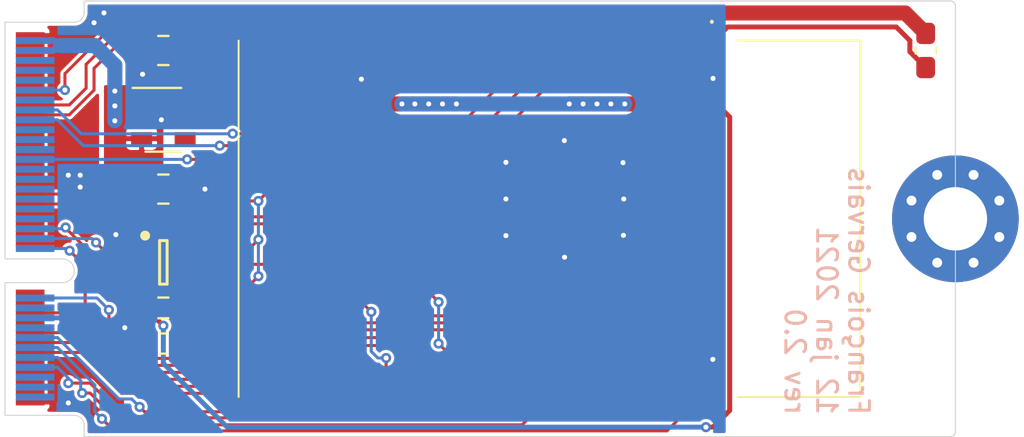
<source format=kicad_pcb>
(kicad_pcb (version 20171130) (host pcbnew 5.1.7-a382d34a8~88~ubuntu18.04.1)

  (general
    (thickness 1.6)
    (drawings 10)
    (tracks 318)
    (zones 0)
    (modules 10)
    (nets 75)
  )

  (page A4)
  (layers
    (0 F.Cu signal)
    (31 B.Cu signal hide)
    (32 B.Adhes user hide)
    (33 F.Adhes user hide)
    (34 B.Paste user hide)
    (35 F.Paste user hide)
    (36 B.SilkS user)
    (37 F.SilkS user)
    (38 B.Mask user hide)
    (39 F.Mask user hide)
    (40 Dwgs.User user hide)
    (41 Cmts.User user hide)
    (42 Eco1.User user hide)
    (43 Eco2.User user hide)
    (44 Edge.Cuts user)
    (45 Margin user hide)
    (46 B.CrtYd user hide)
    (47 F.CrtYd user hide)
    (48 B.Fab user hide)
    (49 F.Fab user hide)
  )

  (setup
    (last_trace_width 0.25)
    (user_trace_width 0.1524)
    (user_trace_width 0.508)
    (user_trace_width 0.762)
    (trace_clearance 0.1524)
    (zone_clearance 0.1524)
    (zone_45_only no)
    (trace_min 0.1524)
    (via_size 0.8)
    (via_drill 0.4)
    (via_min_size 0.4)
    (via_min_drill 0.254)
    (user_via 0.508 0.254)
    (uvia_size 0.3)
    (uvia_drill 0.1)
    (uvias_allowed no)
    (uvia_min_size 0.2)
    (uvia_min_drill 0.1)
    (edge_width 0.05)
    (segment_width 0.2)
    (pcb_text_width 0.3)
    (pcb_text_size 1.5 1.5)
    (mod_edge_width 0.12)
    (mod_text_size 1 1)
    (mod_text_width 0.15)
    (pad_size 4.4 4.4)
    (pad_drill 2.2)
    (pad_to_mask_clearance 0)
    (aux_axis_origin 32.768 37.899)
    (grid_origin 32.768 37.899)
    (visible_elements FFFFFF7F)
    (pcbplotparams
      (layerselection 0x010fc_ffffffff)
      (usegerberextensions false)
      (usegerberattributes true)
      (usegerberadvancedattributes true)
      (creategerberjobfile true)
      (excludeedgelayer true)
      (linewidth 0.100000)
      (plotframeref false)
      (viasonmask false)
      (mode 1)
      (useauxorigin false)
      (hpglpennumber 1)
      (hpglpenspeed 20)
      (hpglpendiameter 15.000000)
      (psnegative false)
      (psa4output false)
      (plotreference true)
      (plotvalue true)
      (plotinvisibletext false)
      (padsonsilk false)
      (subtractmaskfromsilk false)
      (outputformat 1)
      (mirror false)
      (drillshape 1)
      (scaleselection 1)
      (outputdirectory ""))
  )

  (net 0 "")
  (net 1 GND)
  (net 2 +5V)
  (net 3 +3V3)
  (net 4 /RESET)
  (net 5 /GPIO23)
  (net 6 /GPIO22)
  (net 7 /TX)
  (net 8 /RX)
  (net 9 /GPIO21)
  (net 10 "Net-(IC1-Pad32)")
  (net 11 /GPIO19)
  (net 12 /GPIO18)
  (net 13 /GPIO5)
  (net 14 "Net-(IC1-Pad28)")
  (net 15 /GPIO4)
  (net 16 /GPIO0)
  (net 17 /GPIO15)
  (net 18 "Net-(IC1-Pad22)")
  (net 19 "Net-(IC1-Pad21)")
  (net 20 "Net-(IC1-Pad20)")
  (net 21 "Net-(IC1-Pad19)")
  (net 22 "Net-(IC1-Pad18)")
  (net 23 "Net-(IC1-Pad17)")
  (net 24 "Net-(IC1-Pad16)")
  (net 25 /GPIO14)
  (net 26 /GPIO27)
  (net 27 /GPIO33)
  (net 28 /GPIO32)
  (net 29 "Net-(IC1-Pad5)")
  (net 30 "Net-(IC1-Pad4)")
  (net 31 /DTR)
  (net 32 /RTS)
  (net 33 "Net-(U1-Pad4)")
  (net 34 /GPIO2)
  (net 35 "Net-(IC1-Pad7)")
  (net 36 /GPIO16)
  (net 37 /GPIO12)
  (net 38 /GPIO26-DAC2)
  (net 39 /GPIO25-DAC1)
  (net 40 "Net-(J1-Pad73)")
  (net 41 "Net-(J1-Pad71)")
  (net 42 "Net-(J1-Pad70)")
  (net 43 "Net-(J1-Pad68)")
  (net 44 "Net-(J1-Pad67)")
  (net 45 "Net-(J1-Pad66)")
  (net 46 "Net-(J1-Pad65)")
  (net 47 "Net-(J1-Pad62)")
  (net 48 "Net-(J1-Pad56)")
  (net 49 "Net-(J1-Pad55)")
  (net 50 "Net-(J1-Pad54)")
  (net 51 "Net-(J1-Pad53)")
  (net 52 "Net-(J1-Pad52)")
  (net 53 "Net-(J1-Pad49)")
  (net 54 "Net-(J1-Pad48)")
  (net 55 "Net-(J1-Pad47)")
  (net 56 "Net-(J1-Pad46)")
  (net 57 "Net-(J1-Pad44)")
  (net 58 "Net-(J1-Pad23)")
  (net 59 "Net-(J1-Pad21)")
  (net 60 "Net-(J1-Pad20)")
  (net 61 "Net-(J1-Pad16)")
  (net 62 "Net-(J1-Pad5)")
  (net 63 "Net-(J1-Pad3)")
  (net 64 /GPIO34)
  (net 65 "Net-(J1-Pad42)")
  (net 66 "Net-(J1-Pad40)")
  (net 67 "Net-(J1-Pad38)")
  (net 68 "Net-(J1-Pad37)")
  (net 69 "Net-(J1-Pad35)")
  (net 70 "Net-(J1-Pad17)")
  (net 71 "Net-(J1-Pad9)")
  (net 72 "Net-(J1-Pad6)")
  (net 73 "Net-(J1-Pad4)")
  (net 74 "Net-(J1-Pad2)")

  (net_class Default "This is the default net class."
    (clearance 0.1524)
    (trace_width 0.25)
    (via_dia 0.8)
    (via_drill 0.4)
    (uvia_dia 0.3)
    (uvia_drill 0.1)
    (add_net +3V3)
    (add_net +5V)
    (add_net /DTR)
    (add_net /GPIO0)
    (add_net /GPIO12)
    (add_net /GPIO14)
    (add_net /GPIO15)
    (add_net /GPIO16)
    (add_net /GPIO18)
    (add_net /GPIO19)
    (add_net /GPIO2)
    (add_net /GPIO21)
    (add_net /GPIO22)
    (add_net /GPIO23)
    (add_net /GPIO25-DAC1)
    (add_net /GPIO26-DAC2)
    (add_net /GPIO27)
    (add_net /GPIO32)
    (add_net /GPIO33)
    (add_net /GPIO34)
    (add_net /GPIO4)
    (add_net /GPIO5)
    (add_net /RESET)
    (add_net /RTS)
    (add_net /RX)
    (add_net /TX)
    (add_net GND)
    (add_net "Net-(IC1-Pad16)")
    (add_net "Net-(IC1-Pad17)")
    (add_net "Net-(IC1-Pad18)")
    (add_net "Net-(IC1-Pad19)")
    (add_net "Net-(IC1-Pad20)")
    (add_net "Net-(IC1-Pad21)")
    (add_net "Net-(IC1-Pad22)")
    (add_net "Net-(IC1-Pad28)")
    (add_net "Net-(IC1-Pad32)")
    (add_net "Net-(IC1-Pad4)")
    (add_net "Net-(IC1-Pad5)")
    (add_net "Net-(IC1-Pad7)")
    (add_net "Net-(J1-Pad16)")
    (add_net "Net-(J1-Pad17)")
    (add_net "Net-(J1-Pad2)")
    (add_net "Net-(J1-Pad20)")
    (add_net "Net-(J1-Pad21)")
    (add_net "Net-(J1-Pad23)")
    (add_net "Net-(J1-Pad3)")
    (add_net "Net-(J1-Pad35)")
    (add_net "Net-(J1-Pad37)")
    (add_net "Net-(J1-Pad38)")
    (add_net "Net-(J1-Pad4)")
    (add_net "Net-(J1-Pad40)")
    (add_net "Net-(J1-Pad42)")
    (add_net "Net-(J1-Pad44)")
    (add_net "Net-(J1-Pad46)")
    (add_net "Net-(J1-Pad47)")
    (add_net "Net-(J1-Pad48)")
    (add_net "Net-(J1-Pad49)")
    (add_net "Net-(J1-Pad5)")
    (add_net "Net-(J1-Pad52)")
    (add_net "Net-(J1-Pad53)")
    (add_net "Net-(J1-Pad54)")
    (add_net "Net-(J1-Pad55)")
    (add_net "Net-(J1-Pad56)")
    (add_net "Net-(J1-Pad6)")
    (add_net "Net-(J1-Pad62)")
    (add_net "Net-(J1-Pad65)")
    (add_net "Net-(J1-Pad66)")
    (add_net "Net-(J1-Pad67)")
    (add_net "Net-(J1-Pad68)")
    (add_net "Net-(J1-Pad70)")
    (add_net "Net-(J1-Pad71)")
    (add_net "Net-(J1-Pad73)")
    (add_net "Net-(J1-Pad9)")
    (add_net "Net-(U1-Pad4)")
  )

  (module MountingHole:MountingHole_3.2mm_M3_Pad_Via (layer F.Cu) (tedit 56DDBCCA) (tstamp 5FFEFC0A)
    (at 80.768 37.899 22.5)
    (descr "Mounting Hole 3.2mm, M3")
    (tags "mounting hole 3.2mm m3")
    (attr virtual)
    (fp_text reference REF** (at 0 -3.2 22.5) (layer F.SilkS) hide
      (effects (font (size 1 1) (thickness 0.15)))
    )
    (fp_text value MountingHole_3.2mm_M3_Pad_Via (at 0 3.2 22.5) (layer F.Fab)
      (effects (font (size 1 1) (thickness 0.15)))
    )
    (fp_circle (center 0 0) (end 3.45 0) (layer F.CrtYd) (width 0.05))
    (fp_circle (center 0 0) (end 3.2 0) (layer Cmts.User) (width 0.15))
    (fp_text user %R (at 0.3 0 22.5) (layer F.Fab)
      (effects (font (size 1 1) (thickness 0.15)))
    )
    (pad 1 thru_hole circle (at 1.697056 -1.697056 22.5) (size 0.8 0.8) (drill 0.5) (layers *.Cu *.Mask))
    (pad 1 thru_hole circle (at 0 -2.4 22.5) (size 0.8 0.8) (drill 0.5) (layers *.Cu *.Mask))
    (pad 1 thru_hole circle (at -1.697056 -1.697056 22.5) (size 0.8 0.8) (drill 0.5) (layers *.Cu *.Mask))
    (pad 1 thru_hole circle (at -2.4 0 22.5) (size 0.8 0.8) (drill 0.5) (layers *.Cu *.Mask))
    (pad 1 thru_hole circle (at -1.697056 1.697056 22.5) (size 0.8 0.8) (drill 0.5) (layers *.Cu *.Mask))
    (pad 1 thru_hole circle (at 0 2.4 22.5) (size 0.8 0.8) (drill 0.5) (layers *.Cu *.Mask))
    (pad 1 thru_hole circle (at 1.697056 1.697056 22.5) (size 0.8 0.8) (drill 0.5) (layers *.Cu *.Mask))
    (pad 1 thru_hole circle (at 2.4 0 22.5) (size 0.8 0.8) (drill 0.5) (layers *.Cu *.Mask))
    (pad 1 thru_hole circle (at 0 0 22.5) (size 6.4 6.4) (drill 3.2) (layers *.Cu *.Mask))
  )

  (module ESP32-WROVER-E:ESP32WROVEREM213EH6464PH3Q0 (layer F.Cu) (tedit 0) (tstamp 5FEA68BF)
    (at 60.268 37.899 270)
    (descr "ESP32-WROVER-E(M213EH6464PH3Q0)-1")
    (tags "Integrated Circuit")
    (path /5FE6A6FF)
    (attr smd)
    (fp_text reference IC1 (at -0.25 0 90) (layer F.SilkS) hide
      (effects (font (size 1.27 1.27) (thickness 0.254)))
    )
    (fp_text value ESP32-WROVER-E_M213EH6464PH3Q0_ (at -0.25 0 90) (layer F.SilkS) hide
      (effects (font (size 1.27 1.27) (thickness 0.254)))
    )
    (fp_line (start -9.9 -8.2) (end -9.9 -8.2) (layer F.SilkS) (width 0.1))
    (fp_line (start -10 -8.2) (end -10 -8.2) (layer F.SilkS) (width 0.1))
    (fp_line (start 9 -15.7) (end 9 -9.5) (layer F.SilkS) (width 0.1))
    (fp_line (start -9 -15.7) (end 9 -15.7) (layer F.SilkS) (width 0.1))
    (fp_line (start -9 -9.5) (end -9 -15.7) (layer F.SilkS) (width 0.1))
    (fp_line (start -9 15.7) (end 9 15.7) (layer F.SilkS) (width 0.1))
    (fp_line (start -11 16.7) (end -11 -16.7) (layer F.CrtYd) (width 0.1))
    (fp_line (start 10.5 16.7) (end -11 16.7) (layer F.CrtYd) (width 0.1))
    (fp_line (start 10.5 -16.7) (end 10.5 16.7) (layer F.CrtYd) (width 0.1))
    (fp_line (start -11 -16.7) (end 10.5 -16.7) (layer F.CrtYd) (width 0.1))
    (fp_line (start -9 15.7) (end -9 -15.7) (layer F.Fab) (width 0.2))
    (fp_line (start 9 15.7) (end -9 15.7) (layer F.Fab) (width 0.2))
    (fp_line (start 9 -15.7) (end 9 15.7) (layer F.Fab) (width 0.2))
    (fp_line (start -9 -15.7) (end 9 -15.7) (layer F.Fab) (width 0.2))
    (fp_arc (start -9.95 -8.2) (end -9.9 -8.2) (angle -180) (layer F.SilkS) (width 0.1))
    (fp_arc (start -9.95 -8.2) (end -10 -8.2) (angle -180) (layer F.SilkS) (width 0.1))
    (fp_text user %R (at -0.25 0 90) (layer F.Fab)
      (effects (font (size 1.27 1.27) (thickness 0.254)))
    )
    (pad 47 smd rect (at -1 -2.595) (size 1.33 1.33) (layers F.Cu F.Paste F.Mask)
      (net 1 GND))
    (pad 46 smd rect (at 0.835 -2.595) (size 1.33 1.33) (layers F.Cu F.Paste F.Mask)
      (net 1 GND))
    (pad 45 smd rect (at 0.835 -0.76) (size 1.33 1.33) (layers F.Cu F.Paste F.Mask)
      (net 1 GND))
    (pad 44 smd rect (at 0.835 1.075) (size 1.33 1.33) (layers F.Cu F.Paste F.Mask)
      (net 1 GND))
    (pad 43 smd rect (at -1 1.075) (size 1.33 1.33) (layers F.Cu F.Paste F.Mask)
      (net 1 GND))
    (pad 42 smd rect (at -2.835 1.075) (size 1.33 1.33) (layers F.Cu F.Paste F.Mask)
      (net 1 GND))
    (pad 41 smd rect (at -2.835 -0.76) (size 1.33 1.33) (layers F.Cu F.Paste F.Mask)
      (net 1 GND))
    (pad 40 smd rect (at -2.835 -2.595) (size 1.33 1.33) (layers F.Cu F.Paste F.Mask)
      (net 1 GND))
    (pad 39 smd rect (at -1 -0.76) (size 1.33 1.33) (layers F.Cu F.Paste F.Mask)
      (net 1 GND))
    (pad 38 smd rect (at 8.5 -8.26) (size 0.9 2) (layers F.Cu F.Paste F.Mask)
      (net 1 GND))
    (pad 37 smd rect (at 8.5 -6.99) (size 0.9 2) (layers F.Cu F.Paste F.Mask)
      (net 5 /GPIO23))
    (pad 36 smd rect (at 8.5 -5.72) (size 0.9 2) (layers F.Cu F.Paste F.Mask)
      (net 6 /GPIO22))
    (pad 35 smd rect (at 8.5 -4.45) (size 0.9 2) (layers F.Cu F.Paste F.Mask)
      (net 7 /TX))
    (pad 34 smd rect (at 8.5 -3.18) (size 0.9 2) (layers F.Cu F.Paste F.Mask)
      (net 8 /RX))
    (pad 33 smd rect (at 8.5 -1.91) (size 0.9 2) (layers F.Cu F.Paste F.Mask)
      (net 9 /GPIO21))
    (pad 32 smd rect (at 8.5 -0.64) (size 0.9 2) (layers F.Cu F.Paste F.Mask)
      (net 10 "Net-(IC1-Pad32)"))
    (pad 31 smd rect (at 8.5 0.63) (size 0.9 2) (layers F.Cu F.Paste F.Mask)
      (net 11 /GPIO19))
    (pad 30 smd rect (at 8.5 1.9) (size 0.9 2) (layers F.Cu F.Paste F.Mask)
      (net 12 /GPIO18))
    (pad 29 smd rect (at 8.5 3.17) (size 0.9 2) (layers F.Cu F.Paste F.Mask)
      (net 13 /GPIO5))
    (pad 28 smd rect (at 8.5 4.44) (size 0.9 2) (layers F.Cu F.Paste F.Mask)
      (net 14 "Net-(IC1-Pad28)"))
    (pad 27 smd rect (at 8.5 5.71) (size 0.9 2) (layers F.Cu F.Paste F.Mask)
      (net 36 /GPIO16))
    (pad 26 smd rect (at 8.5 6.98) (size 0.9 2) (layers F.Cu F.Paste F.Mask)
      (net 15 /GPIO4))
    (pad 25 smd rect (at 8.5 8.25) (size 0.9 2) (layers F.Cu F.Paste F.Mask)
      (net 16 /GPIO0))
    (pad 24 smd rect (at 8.5 9.52) (size 0.9 2) (layers F.Cu F.Paste F.Mask)
      (net 34 /GPIO2))
    (pad 23 smd rect (at 8.5 10.79) (size 0.9 2) (layers F.Cu F.Paste F.Mask)
      (net 17 /GPIO15))
    (pad 22 smd rect (at 8.5 12.06) (size 0.9 2) (layers F.Cu F.Paste F.Mask)
      (net 18 "Net-(IC1-Pad22)"))
    (pad 21 smd rect (at 8.5 13.33) (size 0.9 2) (layers F.Cu F.Paste F.Mask)
      (net 19 "Net-(IC1-Pad21)"))
    (pad 20 smd rect (at 8.5 14.6) (size 0.9 2) (layers F.Cu F.Paste F.Mask)
      (net 20 "Net-(IC1-Pad20)"))
    (pad 19 smd rect (at -8.5 14.6) (size 0.9 2) (layers F.Cu F.Paste F.Mask)
      (net 21 "Net-(IC1-Pad19)"))
    (pad 18 smd rect (at -8.5 13.33) (size 0.9 2) (layers F.Cu F.Paste F.Mask)
      (net 22 "Net-(IC1-Pad18)"))
    (pad 17 smd rect (at -8.5 12.06) (size 0.9 2) (layers F.Cu F.Paste F.Mask)
      (net 23 "Net-(IC1-Pad17)"))
    (pad 16 smd rect (at -8.5 10.79) (size 0.9 2) (layers F.Cu F.Paste F.Mask)
      (net 24 "Net-(IC1-Pad16)"))
    (pad 15 smd rect (at -8.5 9.52) (size 0.9 2) (layers F.Cu F.Paste F.Mask)
      (net 1 GND))
    (pad 14 smd rect (at -8.5 8.25) (size 0.9 2) (layers F.Cu F.Paste F.Mask)
      (net 37 /GPIO12))
    (pad 13 smd rect (at -8.5 6.98) (size 0.9 2) (layers F.Cu F.Paste F.Mask)
      (net 25 /GPIO14))
    (pad 12 smd rect (at -8.5 5.71) (size 0.9 2) (layers F.Cu F.Paste F.Mask)
      (net 26 /GPIO27))
    (pad 11 smd rect (at -8.5 4.44) (size 0.9 2) (layers F.Cu F.Paste F.Mask)
      (net 38 /GPIO26-DAC2))
    (pad 10 smd rect (at -8.5 3.17) (size 0.9 2) (layers F.Cu F.Paste F.Mask)
      (net 39 /GPIO25-DAC1))
    (pad 9 smd rect (at -8.5 1.9) (size 0.9 2) (layers F.Cu F.Paste F.Mask)
      (net 27 /GPIO33))
    (pad 8 smd rect (at -8.5 0.63) (size 0.9 2) (layers F.Cu F.Paste F.Mask)
      (net 28 /GPIO32))
    (pad 7 smd rect (at -8.5 -0.64) (size 0.9 2) (layers F.Cu F.Paste F.Mask)
      (net 35 "Net-(IC1-Pad7)"))
    (pad 6 smd rect (at -8.5 -1.91) (size 0.9 2) (layers F.Cu F.Paste F.Mask)
      (net 64 /GPIO34))
    (pad 5 smd rect (at -8.5 -3.18) (size 0.9 2) (layers F.Cu F.Paste F.Mask)
      (net 29 "Net-(IC1-Pad5)"))
    (pad 4 smd rect (at -8.5 -4.45) (size 0.9 2) (layers F.Cu F.Paste F.Mask)
      (net 30 "Net-(IC1-Pad4)"))
    (pad 3 smd rect (at -8.5 -5.72) (size 0.9 2) (layers F.Cu F.Paste F.Mask)
      (net 4 /RESET))
    (pad 2 smd rect (at -8.5 -6.99) (size 0.9 2) (layers F.Cu F.Paste F.Mask)
      (net 3 +3V3))
    (pad 1 smd rect (at -8.5 -8.26) (size 0.9 2) (layers F.Cu F.Paste F.Mask)
      (net 1 GND))
    (model ESP32-WROVER-E_M213EH6464PH3Q0_.stp
      (at (xyz 0 0 0))
      (scale (xyz 1 1 1))
      (rotate (xyz 0 0 0))
    )
  )

  (module NGFF:NGFF_E (layer F.Cu) (tedit 0) (tstamp 5FFDA714)
    (at 32.768 37.899 270)
    (path /5FFE778E)
    (fp_text reference J1 (at 0 1.27 90) (layer F.SilkS) hide
      (effects (font (size 1 1) (thickness 0.15)))
    )
    (fp_text value Edge_Conn_NGFF_E_Key (at 0 2 90) (layer F.Fab)
      (effects (font (size 1 1) (thickness 0.15)))
    )
    (fp_line (start -11 -4) (end -10.425 -4) (layer Edge.Cuts) (width 0.05))
    (fp_line (start -9.925 -3.5) (end -9.925 0) (layer Edge.Cuts) (width 0.05))
    (fp_line (start -9.925 0) (end 0 0) (layer Edge.Cuts) (width 0.05))
    (fp_line (start 0 0) (end 2.025 0) (layer Edge.Cuts) (width 0.05))
    (fp_line (start 2.025 0) (end 2.025 -2.9) (layer Edge.Cuts) (width 0.05))
    (fp_line (start 3.225 -2.9) (end 3.225 0) (layer Edge.Cuts) (width 0.05))
    (fp_line (start 3.225 0) (end 9.925 0) (layer Edge.Cuts) (width 0.05))
    (fp_line (start 9.925 0) (end 9.925 -3.5) (layer Edge.Cuts) (width 0.05))
    (fp_line (start 10.425 -4) (end 11 -4) (layer Edge.Cuts) (width 0.05))
    (fp_poly (pts (xy -9.925 0) (xy 2.025 0) (xy 2.025 -2) (xy -9.925 -2)) (layer F.Mask) (width 0.1))
    (fp_poly (pts (xy -9.925 0) (xy 2.025 0) (xy 2.025 -2.5) (xy -9.925 -2.5)) (layer B.Mask) (width 0.1))
    (fp_poly (pts (xy 3.225 0) (xy 9.925 0) (xy 9.925 -2) (xy 3.225 -2)) (layer F.Mask) (width 0.1))
    (fp_poly (pts (xy 3.225 0) (xy 9.925 0) (xy 9.925 -2.5) (xy 3.225 -2.5)) (layer B.Mask) (width 0.1))
    (fp_arc (start 10.425 -3.5) (end 9.925 -3.5) (angle 90) (layer Edge.Cuts) (width 0.05))
    (fp_arc (start 2.625 -2.9) (end 2.025 -2.9) (angle 180) (layer Edge.Cuts) (width 0.05))
    (fp_arc (start -10.425 -3.5) (end -10.425 -4) (angle 90) (layer Edge.Cuts) (width 0.05))
    (pad 75 smd rect (at -9.25 -1.275 270) (size 0.35 1.45) (layers F.Cu)
      (net 1 GND))
    (pad 74 smd rect (at -9 -1.525 270) (size 0.35 1.95) (layers B.Cu)
      (net 2 +5V))
    (pad 73 smd rect (at -8.75 -1.275 270) (size 0.35 1.45) (layers F.Cu)
      (net 40 "Net-(J1-Pad73)"))
    (pad 72 smd rect (at -8.5 -1.525 270) (size 0.35 1.95) (layers B.Cu)
      (net 2 +5V))
    (pad 71 smd rect (at -8.25 -1.275 270) (size 0.35 1.45) (layers F.Cu)
      (net 41 "Net-(J1-Pad71)"))
    (pad 70 smd rect (at -8 -1.525 270) (size 0.35 1.95) (layers B.Cu)
      (net 42 "Net-(J1-Pad70)"))
    (pad 69 smd rect (at -7.75 -1.275 270) (size 0.35 1.45) (layers F.Cu)
      (net 1 GND))
    (pad 68 smd rect (at -7.5 -1.525 270) (size 0.35 1.95) (layers B.Cu)
      (net 43 "Net-(J1-Pad68)"))
    (pad 67 smd rect (at -7.25 -1.275 270) (size 0.35 1.45) (layers F.Cu)
      (net 44 "Net-(J1-Pad67)"))
    (pad 66 smd rect (at -7 -1.525 270) (size 0.35 1.95) (layers B.Cu)
      (net 45 "Net-(J1-Pad66)"))
    (pad 65 smd rect (at -6.75 -1.275 270) (size 0.35 1.45) (layers F.Cu)
      (net 46 "Net-(J1-Pad65)"))
    (pad 64 smd rect (at -6.5 -1.525 270) (size 0.35 1.95) (layers B.Cu)
      (net 39 /GPIO25-DAC1))
    (pad 63 smd rect (at -6.25 -1.275 270) (size 0.35 1.45) (layers F.Cu)
      (net 1 GND))
    (pad 62 smd rect (at -6 -1.525 270) (size 0.35 1.95) (layers B.Cu)
      (net 47 "Net-(J1-Pad62)"))
    (pad 61 smd rect (at -5.75 -1.275 270) (size 0.35 1.45) (layers F.Cu)
      (net 38 /GPIO26-DAC2))
    (pad 60 smd rect (at -5.5 -1.525 270) (size 0.35 1.95) (layers B.Cu)
      (net 27 /GPIO33))
    (pad 59 smd rect (at -5.25 -1.275 270) (size 0.35 1.45) (layers F.Cu)
      (net 26 /GPIO27))
    (pad 58 smd rect (at -5 -1.525 270) (size 0.35 1.95) (layers B.Cu)
      (net 28 /GPIO32))
    (pad 57 smd rect (at -4.75 -1.275 270) (size 0.35 1.45) (layers F.Cu)
      (net 1 GND))
    (pad 56 smd rect (at -4.5 -1.525 270) (size 0.35 1.95) (layers B.Cu)
      (net 48 "Net-(J1-Pad56)"))
    (pad 55 smd rect (at -4.25 -1.275 270) (size 0.35 1.45) (layers F.Cu)
      (net 49 "Net-(J1-Pad55)"))
    (pad 54 smd rect (at -4 -1.525 270) (size 0.35 1.95) (layers B.Cu)
      (net 50 "Net-(J1-Pad54)"))
    (pad 53 smd rect (at -3.75 -1.275 270) (size 0.35 1.45) (layers F.Cu)
      (net 51 "Net-(J1-Pad53)"))
    (pad 52 smd rect (at -3.5 -1.525 270) (size 0.35 1.95) (layers B.Cu)
      (net 52 "Net-(J1-Pad52)"))
    (pad 51 smd rect (at -3.25 -1.275 270) (size 0.35 1.45) (layers F.Cu)
      (net 1 GND))
    (pad 50 smd rect (at -3 -1.525 270) (size 0.35 1.95) (layers B.Cu)
      (net 4 /RESET))
    (pad 49 smd rect (at -2.75 -1.275 270) (size 0.35 1.45) (layers F.Cu)
      (net 53 "Net-(J1-Pad49)"))
    (pad 48 smd rect (at -2.5 -1.525 270) (size 0.35 1.95) (layers B.Cu)
      (net 54 "Net-(J1-Pad48)"))
    (pad 47 smd rect (at -2.25 -1.275 270) (size 0.35 1.45) (layers F.Cu)
      (net 55 "Net-(J1-Pad47)"))
    (pad 46 smd rect (at -2 -1.525 270) (size 0.35 1.95) (layers B.Cu)
      (net 56 "Net-(J1-Pad46)"))
    (pad 45 smd rect (at -1.75 -1.275 270) (size 0.35 1.45) (layers F.Cu)
      (net 1 GND))
    (pad 44 smd rect (at -1.5 -1.525 270) (size 0.35 1.95) (layers B.Cu)
      (net 57 "Net-(J1-Pad44)"))
    (pad 43 smd rect (at -1.25 -1.275 270) (size 0.35 1.45) (layers F.Cu)
      (net 9 /GPIO21))
    (pad 42 smd rect (at -1 -1.525 270) (size 0.35 1.95) (layers B.Cu)
      (net 65 "Net-(J1-Pad42)"))
    (pad 41 smd rect (at -0.75 -1.275 270) (size 0.35 1.45) (layers F.Cu)
      (net 6 /GPIO22))
    (pad 40 smd rect (at -0.5 -1.525 270) (size 0.35 1.95) (layers B.Cu)
      (net 66 "Net-(J1-Pad40)"))
    (pad 39 smd rect (at -0.25 -1.275 270) (size 0.35 1.45) (layers F.Cu)
      (net 1 GND))
    (pad 38 smd rect (at 0 -1.525 270) (size 0.35 1.95) (layers B.Cu)
      (net 67 "Net-(J1-Pad38)"))
    (pad 37 smd rect (at 0.25 -1.275 270) (size 0.35 1.45) (layers F.Cu)
      (net 68 "Net-(J1-Pad37)"))
    (pad 36 smd rect (at 0.5 -1.525 270) (size 0.35 1.95) (layers B.Cu)
      (net 31 /DTR))
    (pad 35 smd rect (at 0.75 -1.275 270) (size 0.35 1.45) (layers F.Cu)
      (net 69 "Net-(J1-Pad35)"))
    (pad 34 smd rect (at 1 -1.525 270) (size 0.35 1.95) (layers B.Cu)
      (net 32 /RTS))
    (pad 33 smd rect (at 1.25 -1.275 270) (size 0.35 1.45) (layers F.Cu)
      (net 1 GND))
    (pad 32 smd rect (at 1.5 -1.525 270) (size 0.35 1.95) (layers B.Cu)
      (net 8 /RX))
    (pad 23 smd rect (at 3.75 -1.275 270) (size 0.35 1.45) (layers F.Cu)
      (net 58 "Net-(J1-Pad23)"))
    (pad 22 smd rect (at 4 -1.525 270) (size 0.35 1.95) (layers B.Cu)
      (net 7 /TX))
    (pad 21 smd rect (at 4.25 -1.275 270) (size 0.35 1.45) (layers F.Cu)
      (net 59 "Net-(J1-Pad21)"))
    (pad 20 smd rect (at 4.5 -1.525 270) (size 0.35 1.95) (layers B.Cu)
      (net 60 "Net-(J1-Pad20)"))
    (pad 19 smd rect (at 4.75 -1.275 270) (size 0.35 1.45) (layers F.Cu)
      (net 36 /GPIO16))
    (pad 18 smd rect (at 5 -1.525 270) (size 0.35 1.95) (layers B.Cu)
      (net 1 GND))
    (pad 17 smd rect (at 5.25 -1.275 270) (size 0.35 1.45) (layers F.Cu)
      (net 70 "Net-(J1-Pad17)"))
    (pad 16 smd rect (at 5.5 -1.525 270) (size 0.35 1.95) (layers B.Cu)
      (net 61 "Net-(J1-Pad16)"))
    (pad 15 smd rect (at 5.75 -1.275 270) (size 0.35 1.45) (layers F.Cu)
      (net 15 /GPIO4))
    (pad 14 smd rect (at 6 -1.525 270) (size 0.35 1.95) (layers B.Cu)
      (net 13 /GPIO5))
    (pad 13 smd rect (at 6.25 -1.275 270) (size 0.35 1.45) (layers F.Cu)
      (net 34 /GPIO2))
    (pad 12 smd rect (at 6.5 -1.525 270) (size 0.35 1.95) (layers B.Cu)
      (net 5 /GPIO23))
    (pad 11 smd rect (at 6.75 -1.275 270) (size 0.35 1.45) (layers F.Cu)
      (net 17 /GPIO15))
    (pad 10 smd rect (at 7 -1.525 270) (size 0.35 1.95) (layers B.Cu)
      (net 11 /GPIO19))
    (pad 9 smd rect (at 7.25 -1.275 270) (size 0.35 1.45) (layers F.Cu)
      (net 71 "Net-(J1-Pad9)"))
    (pad 8 smd rect (at 7.5 -1.525 270) (size 0.35 1.95) (layers B.Cu)
      (net 12 /GPIO18))
    (pad 7 smd rect (at 7.75 -1.275 270) (size 0.35 1.45) (layers F.Cu)
      (net 1 GND))
    (pad 6 smd rect (at 8 -1.525 270) (size 0.35 1.95) (layers B.Cu)
      (net 72 "Net-(J1-Pad6)"))
    (pad 5 smd rect (at 8.25 -1.275 270) (size 0.35 1.45) (layers F.Cu)
      (net 62 "Net-(J1-Pad5)"))
    (pad 4 smd rect (at 8.5 -1.525 270) (size 0.35 1.95) (layers B.Cu)
      (net 73 "Net-(J1-Pad4)"))
    (pad 3 smd rect (at 8.75 -1.275 270) (size 0.35 1.45) (layers F.Cu)
      (net 63 "Net-(J1-Pad3)"))
    (pad 2 smd rect (at 9 -1.525 270) (size 0.35 1.95) (layers B.Cu)
      (net 74 "Net-(J1-Pad2)"))
    (pad 1 smd rect (at 9.25 -1.275 270) (size 0.35 1.45) (layers F.Cu)
      (net 1 GND))
  )

  (module MUN5214DW1T1G:On_Semiconductor-MUN5214DW1T1G-Manufacturer_Recommended (layer F.Cu) (tedit 5EFF8995) (tstamp 5FEA692C)
    (at 40.768 40.099)
    (path /5FE8E343)
    (fp_text reference Q1 (at -2.35 -1.975003) (layer F.SilkS) hide
      (effects (font (size 1 1) (thickness 0.15)) (justify left))
    )
    (fp_text value MUN5214DW1T1G (at 0 0) (layer F.SilkS) hide
      (effects (font (size 1.27 1.27) (thickness 0.15)))
    )
    (fp_line (start 1.275 1.124998) (end 1.275 -1.125) (layer F.CrtYd) (width 0.15))
    (fp_line (start -1.275 1.124998) (end 1.275 1.124998) (layer F.CrtYd) (width 0.15))
    (fp_line (start -1.275 -1.125) (end -1.275 1.124998) (layer F.CrtYd) (width 0.15))
    (fp_line (start 1.275 -1.125) (end -1.275 -1.125) (layer F.CrtYd) (width 0.15))
    (fp_line (start 1.275 -1.125) (end 1.275 -1.125) (layer F.CrtYd) (width 0.15))
    (fp_line (start -0.625 0.999998) (end -0.625 -1.000001) (layer F.Fab) (width 0.1))
    (fp_line (start 0.625 0.999998) (end 0.625 -1.000001) (layer F.Fab) (width 0.1))
    (fp_line (start -0.625 -1.000001) (end 0.625 -1.000001) (layer F.Fab) (width 0.1))
    (fp_line (start -0.625 0.999998) (end 0.625 0.999998) (layer F.Fab) (width 0.1))
    (fp_line (start -0.19 -1.1) (end 0.19 -1.1) (layer F.SilkS) (width 0.15))
    (fp_line (start -0.19 1.099998) (end 0.19 1.099998) (layer F.SilkS) (width 0.15))
    (fp_line (start -0.19 1.099998) (end -0.19 -1.1) (layer F.SilkS) (width 0.15))
    (fp_line (start 0.19 1.099998) (end 0.19 -1.1) (layer F.SilkS) (width 0.15))
    (fp_circle (center -0.920001 -1.350002) (end -0.795 -1.350002) (layer F.SilkS) (width 0.249999))
    (pad 1 smd rect (at -0.920001 -0.650001 90) (size 0.299999 0.660001) (layers F.Cu F.Paste F.Mask)
      (net 32 /RTS))
    (pad 2 smd rect (at -0.920001 -0.000001 90) (size 0.299999 0.660001) (layers F.Cu F.Paste F.Mask)
      (net 31 /DTR))
    (pad 3 smd rect (at -0.920001 0.649999 90) (size 0.299999 0.660001) (layers F.Cu F.Paste F.Mask)
      (net 16 /GPIO0))
    (pad 4 smd rect (at 0.919998 0.649999 90) (size 0.299999 0.660001) (layers F.Cu F.Paste F.Mask)
      (net 31 /DTR))
    (pad 5 smd rect (at 0.919998 -0.000001 90) (size 0.299999 0.660001) (layers F.Cu F.Paste F.Mask)
      (net 32 /RTS))
    (pad 6 smd rect (at 0.919998 -0.650001 90) (size 0.299999 0.660001) (layers F.Cu F.Paste F.Mask)
      (net 4 /RESET))
    (model ${KIPRJMOD}/kicad-library/MUN5214DW1T1G/MUN5214DW1T1G.models/On_Semiconductor_-_MUN5214DW1T1G.step
      (at (xyz 0 0 0))
      (scale (xyz 1 1 1))
      (rotate (xyz 0 0 0))
    )
  )

  (module Capacitor_SMD:C_0603_1608Metric_Pad1.08x0.95mm_HandSolder (layer F.Cu) (tedit 5F68FEEF) (tstamp 5FFDE3F9)
    (at 79.268 29.399 270)
    (descr "Capacitor SMD 0603 (1608 Metric), square (rectangular) end terminal, IPC_7351 nominal with elongated pad for handsoldering. (Body size source: IPC-SM-782 page 76, https://www.pcb-3d.com/wordpress/wp-content/uploads/ipc-sm-782a_amendment_1_and_2.pdf), generated with kicad-footprint-generator")
    (tags "capacitor handsolder")
    (path /6069B50B)
    (attr smd)
    (fp_text reference C2 (at 0 -1.43 90) (layer F.SilkS) hide
      (effects (font (size 1 1) (thickness 0.15)))
    )
    (fp_text value 0.1uF (at 0 1.43 90) (layer F.Fab)
      (effects (font (size 1 1) (thickness 0.15)))
    )
    (fp_line (start -0.8 0.4) (end -0.8 -0.4) (layer F.Fab) (width 0.1))
    (fp_line (start -0.8 -0.4) (end 0.8 -0.4) (layer F.Fab) (width 0.1))
    (fp_line (start 0.8 -0.4) (end 0.8 0.4) (layer F.Fab) (width 0.1))
    (fp_line (start 0.8 0.4) (end -0.8 0.4) (layer F.Fab) (width 0.1))
    (fp_line (start -0.146267 -0.51) (end 0.146267 -0.51) (layer F.SilkS) (width 0.12))
    (fp_line (start -0.146267 0.51) (end 0.146267 0.51) (layer F.SilkS) (width 0.12))
    (fp_line (start -1.65 0.73) (end -1.65 -0.73) (layer F.CrtYd) (width 0.05))
    (fp_line (start -1.65 -0.73) (end 1.65 -0.73) (layer F.CrtYd) (width 0.05))
    (fp_line (start 1.65 -0.73) (end 1.65 0.73) (layer F.CrtYd) (width 0.05))
    (fp_line (start 1.65 0.73) (end -1.65 0.73) (layer F.CrtYd) (width 0.05))
    (fp_text user %R (at 0 0 90) (layer F.Fab)
      (effects (font (size 0.4 0.4) (thickness 0.06)))
    )
    (pad 2 smd roundrect (at 0.8625 0 270) (size 1.075 0.95) (layers F.Cu F.Paste F.Mask) (roundrect_rratio 0.25)
      (net 1 GND))
    (pad 1 smd roundrect (at -0.8625 0 270) (size 1.075 0.95) (layers F.Cu F.Paste F.Mask) (roundrect_rratio 0.25)
      (net 3 +3V3))
    (model ${KISYS3DMOD}/Capacitor_SMD.3dshapes/C_0603_1608Metric.wrl
      (at (xyz 0 0 0))
      (scale (xyz 1 1 1))
      (rotate (xyz 0 0 0))
    )
  )

  (module Resistor_SMD:R_0603_1608Metric_Pad0.98x0.95mm_HandSolder (layer F.Cu) (tedit 5F68FEEE) (tstamp 5FFFAA0E)
    (at 40.768 42.399)
    (descr "Resistor SMD 0603 (1608 Metric), square (rectangular) end terminal, IPC_7351 nominal with elongated pad for handsoldering. (Body size source: IPC-SM-782 page 72, https://www.pcb-3d.com/wordpress/wp-content/uploads/ipc-sm-782a_amendment_1_and_2.pdf), generated with kicad-footprint-generator")
    (tags "resistor handsolder")
    (path /603451B9)
    (attr smd)
    (fp_text reference R1 (at 0 -1.43) (layer F.SilkS) hide
      (effects (font (size 1 1) (thickness 0.15)))
    )
    (fp_text value 10k (at 0 1.43) (layer F.Fab)
      (effects (font (size 1 1) (thickness 0.15)))
    )
    (fp_line (start -0.8 0.4125) (end -0.8 -0.4125) (layer F.Fab) (width 0.1))
    (fp_line (start -0.8 -0.4125) (end 0.8 -0.4125) (layer F.Fab) (width 0.1))
    (fp_line (start 0.8 -0.4125) (end 0.8 0.4125) (layer F.Fab) (width 0.1))
    (fp_line (start 0.8 0.4125) (end -0.8 0.4125) (layer F.Fab) (width 0.1))
    (fp_line (start -0.254724 -0.5225) (end 0.254724 -0.5225) (layer F.SilkS) (width 0.12))
    (fp_line (start -0.254724 0.5225) (end 0.254724 0.5225) (layer F.SilkS) (width 0.12))
    (fp_line (start -1.65 0.73) (end -1.65 -0.73) (layer F.CrtYd) (width 0.05))
    (fp_line (start -1.65 -0.73) (end 1.65 -0.73) (layer F.CrtYd) (width 0.05))
    (fp_line (start 1.65 -0.73) (end 1.65 0.73) (layer F.CrtYd) (width 0.05))
    (fp_line (start 1.65 0.73) (end -1.65 0.73) (layer F.CrtYd) (width 0.05))
    (fp_text user %R (at 0 0) (layer F.Fab)
      (effects (font (size 0.4 0.4) (thickness 0.06)))
    )
    (pad 1 smd roundrect (at -0.9125 0) (size 0.975 0.95) (layers F.Cu F.Paste F.Mask) (roundrect_rratio 0.25)
      (net 3 +3V3))
    (pad 2 smd roundrect (at 0.9125 0) (size 0.975 0.95) (layers F.Cu F.Paste F.Mask) (roundrect_rratio 0.25)
      (net 4 /RESET))
    (model ${KISYS3DMOD}/Resistor_SMD.3dshapes/R_0603_1608Metric.wrl
      (at (xyz 0 0 0))
      (scale (xyz 1 1 1))
      (rotate (xyz 0 0 0))
    )
  )

  (module Package_TO_SOT_SMD:SOT-23-5 (layer F.Cu) (tedit 5A02FF57) (tstamp 5FEA6941)
    (at 40.768 32.899)
    (descr "5-pin SOT23 package")
    (tags SOT-23-5)
    (path /5FE8C427)
    (attr smd)
    (fp_text reference U1 (at 0 -2.9) (layer F.SilkS) hide
      (effects (font (size 1 1) (thickness 0.15)))
    )
    (fp_text value XC6220B331MR (at 0 2.9) (layer F.Fab)
      (effects (font (size 1 1) (thickness 0.15)))
    )
    (fp_line (start 0.9 -1.55) (end 0.9 1.55) (layer F.Fab) (width 0.1))
    (fp_line (start 0.9 1.55) (end -0.9 1.55) (layer F.Fab) (width 0.1))
    (fp_line (start -0.9 -0.9) (end -0.9 1.55) (layer F.Fab) (width 0.1))
    (fp_line (start 0.9 -1.55) (end -0.25 -1.55) (layer F.Fab) (width 0.1))
    (fp_line (start -0.9 -0.9) (end -0.25 -1.55) (layer F.Fab) (width 0.1))
    (fp_line (start -1.9 1.8) (end -1.9 -1.8) (layer F.CrtYd) (width 0.05))
    (fp_line (start 1.9 1.8) (end -1.9 1.8) (layer F.CrtYd) (width 0.05))
    (fp_line (start 1.9 -1.8) (end 1.9 1.8) (layer F.CrtYd) (width 0.05))
    (fp_line (start -1.9 -1.8) (end 1.9 -1.8) (layer F.CrtYd) (width 0.05))
    (fp_line (start 0.9 -1.61) (end -1.55 -1.61) (layer F.SilkS) (width 0.12))
    (fp_line (start -0.9 1.61) (end 0.9 1.61) (layer F.SilkS) (width 0.12))
    (fp_text user %R (at 0 0 90) (layer F.Fab)
      (effects (font (size 0.5 0.5) (thickness 0.075)))
    )
    (pad 5 smd rect (at 1.1 -0.95) (size 1.06 0.65) (layers F.Cu F.Paste F.Mask)
      (net 3 +3V3))
    (pad 4 smd rect (at 1.1 0.95) (size 1.06 0.65) (layers F.Cu F.Paste F.Mask)
      (net 33 "Net-(U1-Pad4)"))
    (pad 3 smd rect (at -1.1 0.95) (size 1.06 0.65) (layers F.Cu F.Paste F.Mask)
      (net 2 +5V))
    (pad 2 smd rect (at -1.1 0) (size 1.06 0.65) (layers F.Cu F.Paste F.Mask)
      (net 1 GND))
    (pad 1 smd rect (at -1.1 -0.95) (size 1.06 0.65) (layers F.Cu F.Paste F.Mask)
      (net 2 +5V))
    (model ${KISYS3DMOD}/Package_TO_SOT_SMD.3dshapes/SOT-23-5.wrl
      (at (xyz 0 0 0))
      (scale (xyz 1 1 1))
      (rotate (xyz 0 0 0))
    )
  )

  (module Capacitor_SMD:C_0805_2012Metric_Pad1.18x1.45mm_HandSolder (layer F.Cu) (tedit 5F68FEEF) (tstamp 5FEA687B)
    (at 40.768 29.399 180)
    (descr "Capacitor SMD 0805 (2012 Metric), square (rectangular) end terminal, IPC_7351 nominal with elongated pad for handsoldering. (Body size source: IPC-SM-782 page 76, https://www.pcb-3d.com/wordpress/wp-content/uploads/ipc-sm-782a_amendment_1_and_2.pdf, https://docs.google.com/spreadsheets/d/1BsfQQcO9C6DZCsRaXUlFlo91Tg2WpOkGARC1WS5S8t0/edit?usp=sharing), generated with kicad-footprint-generator")
    (tags "capacitor handsolder")
    (path /5FFB2B3F)
    (attr smd)
    (fp_text reference C4 (at 0 -1.68) (layer F.SilkS) hide
      (effects (font (size 1 1) (thickness 0.15)))
    )
    (fp_text value 10uF (at 0 1.68) (layer F.Fab)
      (effects (font (size 1 1) (thickness 0.15)))
    )
    (fp_line (start 1.88 0.98) (end -1.88 0.98) (layer F.CrtYd) (width 0.05))
    (fp_line (start 1.88 -0.98) (end 1.88 0.98) (layer F.CrtYd) (width 0.05))
    (fp_line (start -1.88 -0.98) (end 1.88 -0.98) (layer F.CrtYd) (width 0.05))
    (fp_line (start -1.88 0.98) (end -1.88 -0.98) (layer F.CrtYd) (width 0.05))
    (fp_line (start -0.261252 0.735) (end 0.261252 0.735) (layer F.SilkS) (width 0.12))
    (fp_line (start -0.261252 -0.735) (end 0.261252 -0.735) (layer F.SilkS) (width 0.12))
    (fp_line (start 1 0.625) (end -1 0.625) (layer F.Fab) (width 0.1))
    (fp_line (start 1 -0.625) (end 1 0.625) (layer F.Fab) (width 0.1))
    (fp_line (start -1 -0.625) (end 1 -0.625) (layer F.Fab) (width 0.1))
    (fp_line (start -1 0.625) (end -1 -0.625) (layer F.Fab) (width 0.1))
    (fp_text user %R (at 0 0) (layer F.Fab)
      (effects (font (size 0.5 0.5) (thickness 0.08)))
    )
    (pad 2 smd roundrect (at 1.0375 0 180) (size 1.175 1.45) (layers F.Cu F.Paste F.Mask) (roundrect_rratio 0.212766)
      (net 1 GND))
    (pad 1 smd roundrect (at -1.0375 0 180) (size 1.175 1.45) (layers F.Cu F.Paste F.Mask) (roundrect_rratio 0.212766)
      (net 3 +3V3))
    (model ${KISYS3DMOD}/Capacitor_SMD.3dshapes/C_0805_2012Metric.wrl
      (at (xyz 0 0 0))
      (scale (xyz 1 1 1))
      (rotate (xyz 0 0 0))
    )
  )

  (module Capacitor_SMD:C_0603_1608Metric_Pad1.08x0.95mm_HandSolder (layer F.Cu) (tedit 5F68FEEF) (tstamp 5FFFAA41)
    (at 40.768 44.199 180)
    (descr "Capacitor SMD 0603 (1608 Metric), square (rectangular) end terminal, IPC_7351 nominal with elongated pad for handsoldering. (Body size source: IPC-SM-782 page 76, https://www.pcb-3d.com/wordpress/wp-content/uploads/ipc-sm-782a_amendment_1_and_2.pdf), generated with kicad-footprint-generator")
    (tags "capacitor handsolder")
    (path /5FF3A196)
    (attr smd)
    (fp_text reference C3 (at 0 -1.43) (layer F.SilkS) hide
      (effects (font (size 1 1) (thickness 0.15)))
    )
    (fp_text value 0.1uF (at 0 1.43) (layer F.Fab)
      (effects (font (size 1 1) (thickness 0.15)))
    )
    (fp_line (start -0.8 0.4) (end -0.8 -0.4) (layer F.Fab) (width 0.1))
    (fp_line (start -0.8 -0.4) (end 0.8 -0.4) (layer F.Fab) (width 0.1))
    (fp_line (start 0.8 -0.4) (end 0.8 0.4) (layer F.Fab) (width 0.1))
    (fp_line (start 0.8 0.4) (end -0.8 0.4) (layer F.Fab) (width 0.1))
    (fp_line (start -0.146267 -0.51) (end 0.146267 -0.51) (layer F.SilkS) (width 0.12))
    (fp_line (start -0.146267 0.51) (end 0.146267 0.51) (layer F.SilkS) (width 0.12))
    (fp_line (start -1.65 0.73) (end -1.65 -0.73) (layer F.CrtYd) (width 0.05))
    (fp_line (start -1.65 -0.73) (end 1.65 -0.73) (layer F.CrtYd) (width 0.05))
    (fp_line (start 1.65 -0.73) (end 1.65 0.73) (layer F.CrtYd) (width 0.05))
    (fp_line (start 1.65 0.73) (end -1.65 0.73) (layer F.CrtYd) (width 0.05))
    (fp_text user %R (at 0 0) (layer F.Fab)
      (effects (font (size 0.4 0.4) (thickness 0.06)))
    )
    (pad 1 smd roundrect (at -0.8625 0 180) (size 1.075 0.95) (layers F.Cu F.Paste F.Mask) (roundrect_rratio 0.25)
      (net 4 /RESET))
    (pad 2 smd roundrect (at 0.8625 0 180) (size 1.075 0.95) (layers F.Cu F.Paste F.Mask) (roundrect_rratio 0.25)
      (net 1 GND))
    (model ${KISYS3DMOD}/Capacitor_SMD.3dshapes/C_0603_1608Metric.wrl
      (at (xyz 0 0 0))
      (scale (xyz 1 1 1))
      (rotate (xyz 0 0 0))
    )
  )

  (module Capacitor_SMD:C_0805_2012Metric_Pad1.18x1.45mm_HandSolder (layer F.Cu) (tedit 5F68FEEF) (tstamp 5FEA6848)
    (at 40.768 36.399)
    (descr "Capacitor SMD 0805 (2012 Metric), square (rectangular) end terminal, IPC_7351 nominal with elongated pad for handsoldering. (Body size source: IPC-SM-782 page 76, https://www.pcb-3d.com/wordpress/wp-content/uploads/ipc-sm-782a_amendment_1_and_2.pdf, https://docs.google.com/spreadsheets/d/1BsfQQcO9C6DZCsRaXUlFlo91Tg2WpOkGARC1WS5S8t0/edit?usp=sharing), generated with kicad-footprint-generator")
    (tags "capacitor handsolder")
    (path /5FFB1EE5)
    (attr smd)
    (fp_text reference C1 (at 0 -1.68) (layer F.SilkS) hide
      (effects (font (size 1 1) (thickness 0.15)))
    )
    (fp_text value 10uF (at 0 1.68) (layer F.Fab)
      (effects (font (size 1 1) (thickness 0.15)))
    )
    (fp_line (start 1.88 0.98) (end -1.88 0.98) (layer F.CrtYd) (width 0.05))
    (fp_line (start 1.88 -0.98) (end 1.88 0.98) (layer F.CrtYd) (width 0.05))
    (fp_line (start -1.88 -0.98) (end 1.88 -0.98) (layer F.CrtYd) (width 0.05))
    (fp_line (start -1.88 0.98) (end -1.88 -0.98) (layer F.CrtYd) (width 0.05))
    (fp_line (start -0.261252 0.735) (end 0.261252 0.735) (layer F.SilkS) (width 0.12))
    (fp_line (start -0.261252 -0.735) (end 0.261252 -0.735) (layer F.SilkS) (width 0.12))
    (fp_line (start 1 0.625) (end -1 0.625) (layer F.Fab) (width 0.1))
    (fp_line (start 1 -0.625) (end 1 0.625) (layer F.Fab) (width 0.1))
    (fp_line (start -1 -0.625) (end 1 -0.625) (layer F.Fab) (width 0.1))
    (fp_line (start -1 0.625) (end -1 -0.625) (layer F.Fab) (width 0.1))
    (fp_text user %R (at 0 0) (layer F.Fab)
      (effects (font (size 0.5 0.5) (thickness 0.08)))
    )
    (pad 2 smd roundrect (at 1.0375 0) (size 1.175 1.45) (layers F.Cu F.Paste F.Mask) (roundrect_rratio 0.212766)
      (net 1 GND))
    (pad 1 smd roundrect (at -1.0375 0) (size 1.175 1.45) (layers F.Cu F.Paste F.Mask) (roundrect_rratio 0.212766)
      (net 2 +5V))
    (model ${KISYS3DMOD}/Capacitor_SMD.3dshapes/C_0805_2012Metric.wrl
      (at (xyz 0 0 0))
      (scale (xyz 1 1 1))
      (rotate (xyz 0 0 0))
    )
  )

  (gr_arc (start 80.518 48.649) (end 80.518 48.899) (angle -90) (layer Edge.Cuts) (width 0.05))
  (gr_arc (start 80.518 27.149) (end 80.768 27.149) (angle -90) (layer Edge.Cuts) (width 0.05))
  (gr_line (start 80.768 48.649) (end 80.768 46.399) (layer Edge.Cuts) (width 0.05) (tstamp 5FFDF8BA))
  (gr_line (start 36.768 48.899) (end 80.518 48.899) (layer Edge.Cuts) (width 0.05))
  (gr_line (start 80.768 27.149) (end 80.768 46.399) (layer Edge.Cuts) (width 0.05))
  (gr_line (start 36.768 26.899) (end 80.518 26.899) (layer Edge.Cuts) (width 0.05))
  (gr_line (start 41.768 25.199) (end 59.768 25.199) (layer Dwgs.User) (width 0.05))
  (gr_text "NO COMPONENTS" (at 44.368 69.499) (layer Dwgs.User)
    (effects (font (size 0.5 0.5) (thickness 0.05)))
  )
  (gr_line (start 40.168 68.899) (end 61.368 68.899) (layer Dwgs.User) (width 0.05))
  (gr_text "François Gervais\n12 jan 2021\nrev 2.0" (at 74.268 47.899 270) (layer B.SilkS)
    (effects (font (size 1 1) (thickness 0.15)) (justify left mirror))
  )

  (segment (start 78.468 29.4615) (end 79.268 30.2615) (width 0.25) (layer F.Cu) (net 1))
  (segment (start 78.468 28.899) (end 78.468 29.4615) (width 0.25) (layer F.Cu) (net 1))
  (segment (start 69.255979 28.211021) (end 77.780021 28.211021) (width 0.25) (layer F.Cu) (net 1))
  (segment (start 77.780021 28.211021) (end 78.468 28.899) (width 0.25) (layer F.Cu) (net 1))
  (segment (start 68.528 29.399) (end 68.528 28.939) (width 0.25) (layer F.Cu) (net 1))
  (segment (start 68.528 28.939) (end 69.255979 28.211021) (width 0.25) (layer F.Cu) (net 1))
  (via (at 63.983 35.064) (size 0.508) (drill 0.254) (layers F.Cu B.Cu) (net 1))
  (segment (start 62.863 35.064) (end 63.983 35.064) (width 0.25) (layer F.Cu) (net 1))
  (via (at 64.003 38.734) (size 0.508) (drill 0.254) (layers F.Cu B.Cu) (net 1))
  (segment (start 62.863 38.734) (end 64.003 38.734) (width 0.25) (layer F.Cu) (net 1))
  (via (at 64.01799 36.899) (size 0.508) (drill 0.254) (layers F.Cu B.Cu) (net 1))
  (segment (start 62.863 36.899) (end 64.01799 36.899) (width 0.25) (layer F.Cu) (net 1))
  (via (at 61.018 33.949) (size 0.508) (drill 0.254) (layers F.Cu B.Cu) (net 1))
  (segment (start 61.028 35.064) (end 61.028 33.959) (width 0.25) (layer F.Cu) (net 1))
  (segment (start 61.028 33.959) (end 61.018 33.949) (width 0.25) (layer F.Cu) (net 1))
  (via (at 58.068 35.049) (size 0.508) (drill 0.254) (layers F.Cu B.Cu) (net 1))
  (segment (start 59.193 35.064) (end 58.083 35.064) (width 0.25) (layer F.Cu) (net 1))
  (segment (start 58.083 35.064) (end 58.068 35.049) (width 0.25) (layer F.Cu) (net 1))
  (via (at 58.068 36.899) (size 0.508) (drill 0.254) (layers F.Cu B.Cu) (net 1))
  (segment (start 59.193 36.899) (end 58.068 36.899) (width 0.25) (layer F.Cu) (net 1))
  (via (at 58.068 38.749) (size 0.508) (drill 0.254) (layers F.Cu B.Cu) (net 1))
  (segment (start 59.193 38.734) (end 58.083 38.734) (width 0.25) (layer F.Cu) (net 1))
  (segment (start 58.083 38.734) (end 58.068 38.749) (width 0.25) (layer F.Cu) (net 1))
  (segment (start 61.028 36.899) (end 59.193 36.899) (width 0.25) (layer F.Cu) (net 1))
  (via (at 42.868 36.399) (size 0.508) (drill 0.254) (layers F.Cu B.Cu) (net 1))
  (segment (start 41.8055 36.399) (end 42.868 36.399) (width 0.25) (layer F.Cu) (net 1))
  (via (at 40.668 32.899) (size 0.508) (drill 0.254) (layers F.Cu B.Cu) (net 1))
  (segment (start 39.668 32.899) (end 40.668 32.899) (width 0.25) (layer F.Cu) (net 1))
  (via (at 39.718 30.599) (size 0.508) (drill 0.254) (layers F.Cu B.Cu) (net 1))
  (segment (start 39.7305 29.399) (end 39.7305 30.5865) (width 0.25) (layer F.Cu) (net 1))
  (segment (start 39.7305 30.5865) (end 39.718 30.599) (width 0.25) (layer F.Cu) (net 1))
  (via (at 38.818 43.399) (size 0.508) (drill 0.254) (layers F.Cu B.Cu) (net 1))
  (segment (start 39.9055 44.199) (end 39.618 44.199) (width 0.25) (layer F.Cu) (net 1))
  (segment (start 39.618 44.199) (end 38.818 43.399) (width 0.25) (layer F.Cu) (net 1))
  (segment (start 50.748 29.399) (end 50.748 30.829) (width 0.25) (layer F.Cu) (net 1))
  (segment (start 50.748 30.829) (end 50.768 30.849) (width 0.25) (layer F.Cu) (net 1))
  (via (at 50.768 30.849) (size 0.508) (drill 0.254) (layers F.Cu B.Cu) (net 1))
  (via (at 35.968 35.699) (size 0.508) (drill 0.254) (layers F.Cu B.Cu) (net 1))
  (via (at 36.568 35.699) (size 0.508) (drill 0.254) (layers F.Cu B.Cu) (net 1))
  (via (at 36.568 36.299) (size 0.508) (drill 0.254) (layers F.Cu B.Cu) (net 1))
  (via (at 37.268 27.999) (size 0.508) (drill 0.254) (layers F.Cu B.Cu) (net 1))
  (via (at 37.768 27.499) (size 0.508) (drill 0.254) (layers F.Cu B.Cu) (net 1))
  (via (at 38.368 38.699) (size 0.508) (drill 0.254) (layers F.Cu B.Cu) (net 1))
  (via (at 68.518 44.999) (size 0.508) (drill 0.254) (layers F.Cu B.Cu) (net 1))
  (segment (start 68.528 46.399) (end 68.528 45.009) (width 0.25) (layer F.Cu) (net 1))
  (segment (start 68.528 45.009) (end 68.518 44.999) (width 0.25) (layer F.Cu) (net 1))
  (via (at 35.968 47.199) (size 0.508) (drill 0.254) (layers F.Cu B.Cu) (net 1))
  (via (at 61.028 39.838998) (size 0.508) (drill 0.254) (layers F.Cu B.Cu) (net 1))
  (segment (start 61.028 38.734) (end 61.028 39.838998) (width 0.25) (layer F.Cu) (net 1))
  (via (at 68.528 30.809) (size 0.508) (drill 0.254) (layers F.Cu B.Cu) (net 1))
  (segment (start 68.528 29.399) (end 68.528 30.809) (width 0.25) (layer F.Cu) (net 1))
  (segment (start 35.318 29.399) (end 34.293 29.399) (width 0.25) (layer B.Cu) (net 2))
  (segment (start 34.293 28.899) (end 35.318 28.899) (width 0.25) (layer B.Cu) (net 2))
  (via (at 38.318 32.949) (size 0.508) (drill 0.254) (layers F.Cu B.Cu) (net 2))
  (segment (start 38.318 32.349) (end 38.318 32.949) (width 0.762) (layer B.Cu) (net 2) (tstamp 5FFF6702))
  (segment (start 38.318 30.149) (end 38.318 31.449) (width 0.762) (layer B.Cu) (net 2))
  (segment (start 38.318 31.899) (end 38.318 32.199) (width 0.762) (layer B.Cu) (net 2))
  (segment (start 37.318 29.149) (end 38.318 30.149) (width 0.762) (layer B.Cu) (net 2))
  (segment (start 38.318 31.449) (end 38.318 31.899) (width 0.762) (layer B.Cu) (net 2) (tstamp 5FFF6774))
  (via (at 38.318 31.449) (size 0.508) (drill 0.254) (layers F.Cu B.Cu) (net 2))
  (segment (start 38.318 32.199) (end 38.318 32.349) (width 0.762) (layer B.Cu) (net 2) (tstamp 5FFF6777))
  (via (at 38.318 32.199) (size 0.508) (drill 0.254) (layers F.Cu B.Cu) (net 2))
  (segment (start 35.568 29.149) (end 35.318 29.399) (width 0.25) (layer B.Cu) (net 2))
  (segment (start 35.318 28.899) (end 35.568 29.149) (width 0.25) (layer B.Cu) (net 2))
  (segment (start 35.568 29.149) (end 37.318 29.149) (width 0.762) (layer B.Cu) (net 2))
  (via (at 53.468 32.099) (size 0.508) (drill 0.254) (layers F.Cu B.Cu) (net 3) (tstamp 5FFF7099))
  (via (at 54.868 32.099) (size 0.508) (drill 0.254) (layers F.Cu B.Cu) (net 3) (tstamp 5FFF709A))
  (via (at 54.168 32.099) (size 0.508) (drill 0.254) (layers F.Cu B.Cu) (net 3) (tstamp 5FFF709B))
  (via (at 55.568 32.099) (size 0.508) (drill 0.254) (layers F.Cu B.Cu) (net 3))
  (segment (start 61.268 32.099) (end 61.268 32.099) (width 0.762) (layer B.Cu) (net 3) (tstamp 5FFF7043))
  (via (at 61.268 32.099) (size 0.508) (drill 0.254) (layers F.Cu B.Cu) (net 3))
  (segment (start 67.258 29.399) (end 67.258 30.709) (width 0.762) (layer F.Cu) (net 3))
  (segment (start 67.258 30.709) (end 66.668 31.299) (width 0.762) (layer F.Cu) (net 3))
  (segment (start 66.668 31.299) (end 65.868 32.099) (width 0.762) (layer F.Cu) (net 3))
  (segment (start 65.868 32.099) (end 61.268 32.099) (width 0.762) (layer F.Cu) (net 3))
  (segment (start 61.268 32.099) (end 61.968 32.099) (width 0.762) (layer B.Cu) (net 3))
  (segment (start 63.368 32.099) (end 64.068002 32.099) (width 0.762) (layer B.Cu) (net 3))
  (via (at 64.068002 32.099) (size 0.508) (drill 0.254) (layers F.Cu B.Cu) (net 3))
  (via (at 63.368 32.099) (size 0.508) (drill 0.254) (layers F.Cu B.Cu) (net 3))
  (via (at 62.668 32.099) (size 0.508) (drill 0.254) (layers F.Cu B.Cu) (net 3))
  (segment (start 62.668 32.099) (end 63.368 32.099) (width 0.762) (layer B.Cu) (net 3) (tstamp 5FFF707B))
  (via (at 61.968 32.099) (size 0.508) (drill 0.254) (layers F.Cu B.Cu) (net 3))
  (segment (start 61.968 32.099) (end 62.668 32.099) (width 0.762) (layer B.Cu) (net 3) (tstamp 5FFF7079))
  (via (at 40.768 43.299) (size 0.508) (drill 0.254) (layers F.Cu B.Cu) (net 3))
  (segment (start 39.8555 42.399) (end 39.868 42.399) (width 0.25) (layer F.Cu) (net 3))
  (segment (start 39.868 42.399) (end 40.768 43.299) (width 0.25) (layer F.Cu) (net 3))
  (via (at 68.168 48.419984) (size 0.508) (drill 0.254) (layers F.Cu B.Cu) (net 3))
  (segment (start 69.368 47.579196) (end 68.52721 48.419984) (width 0.25) (layer F.Cu) (net 3))
  (segment (start 68.52721 48.419984) (end 68.168 48.419984) (width 0.25) (layer F.Cu) (net 3))
  (segment (start 69.368 32.759) (end 69.368 47.579196) (width 0.25) (layer F.Cu) (net 3))
  (segment (start 67.258 30.649) (end 69.368 32.759) (width 0.25) (layer F.Cu) (net 3))
  (segment (start 67.258 29.399) (end 67.258 30.649) (width 0.25) (layer F.Cu) (net 3))
  (segment (start 78.23651 27.50501) (end 79.268 28.5365) (width 0.762) (layer F.Cu) (net 3))
  (segment (start 67.258 29.399) (end 67.258 27.92102) (width 0.762) (layer F.Cu) (net 3))
  (segment (start 67.67401 27.50501) (end 78.23651 27.50501) (width 0.762) (layer F.Cu) (net 3))
  (segment (start 67.258 27.92102) (end 67.67401 27.50501) (width 0.762) (layer F.Cu) (net 3))
  (segment (start 43.988984 48.419984) (end 68.168 48.419984) (width 0.25) (layer B.Cu) (net 3))
  (segment (start 40.768 43.299) (end 40.768 45.199) (width 0.25) (layer B.Cu) (net 3))
  (segment (start 40.768 45.199) (end 43.988984 48.419984) (width 0.25) (layer B.Cu) (net 3))
  (via (at 52.818 32.099) (size 0.508) (drill 0.254) (layers F.Cu B.Cu) (net 3))
  (segment (start 61.268 32.099) (end 52.818 32.099) (width 0.762) (layer B.Cu) (net 3))
  (segment (start 50.782196 32.099) (end 55.568 32.099) (width 0.762) (layer F.Cu) (net 3))
  (segment (start 45.872198 32.099) (end 50.782196 32.099) (width 0.762) (layer F.Cu) (net 3))
  (segment (start 45.872198 32.099) (end 45.518 32.099) (width 0.762) (layer F.Cu) (net 3))
  (segment (start 45.518 32.099) (end 44.318 30.899) (width 0.762) (layer F.Cu) (net 3))
  (segment (start 44.318 30.899) (end 41.918 30.899) (width 0.762) (layer F.Cu) (net 3))
  (segment (start 41.6305 42.449) (end 41.6805 42.399) (width 0.1524) (layer F.Cu) (net 4))
  (segment (start 41.6305 44.199) (end 41.6305 42.449) (width 0.1524) (layer F.Cu) (net 4))
  (via (at 45.568 36.999) (size 0.508) (drill 0.254) (layers F.Cu B.Cu) (net 4))
  (segment (start 45.568 39.05019) (end 45.568 39.05019) (width 0.1524) (layer B.Cu) (net 4))
  (segment (start 47.368 35.199) (end 45.568 36.999) (width 0.1524) (layer F.Cu) (net 4))
  (segment (start 56.168 35.199) (end 47.368 35.199) (width 0.1524) (layer F.Cu) (net 4))
  (segment (start 59.925211 31.441789) (end 56.168 35.199) (width 0.1524) (layer F.Cu) (net 4))
  (segment (start 65.097611 31.441789) (end 59.925211 31.441789) (width 0.1524) (layer F.Cu) (net 4))
  (segment (start 65.988 29.399) (end 65.988 30.5514) (width 0.1524) (layer F.Cu) (net 4))
  (segment (start 65.988 30.5514) (end 65.097611 31.441789) (width 0.1524) (layer F.Cu) (net 4))
  (via (at 41.967996 34.899004) (size 0.508) (drill 0.254) (layers F.Cu B.Cu) (net 4))
  (segment (start 34.293 34.899) (end 41.967992 34.899) (width 0.1524) (layer B.Cu) (net 4))
  (segment (start 41.967992 34.899) (end 41.967996 34.899004) (width 0.1524) (layer B.Cu) (net 4))
  (segment (start 42.668004 34.899004) (end 41.967996 34.899004) (width 0.1524) (layer F.Cu) (net 4))
  (segment (start 45.568 36.999) (end 44.768 36.999) (width 0.1524) (layer F.Cu) (net 4))
  (segment (start 44.768 36.999) (end 42.668004 34.899004) (width 0.1524) (layer F.Cu) (net 4))
  (segment (start 43.968 42.399) (end 45.568 40.799) (width 0.1524) (layer F.Cu) (net 4))
  (segment (start 41.6805 42.399) (end 43.968 42.399) (width 0.1524) (layer F.Cu) (net 4))
  (via (at 45.568 40.799) (size 0.508) (drill 0.254) (layers F.Cu B.Cu) (net 4))
  (segment (start 45.568 36.999) (end 45.568 39.099) (width 0.1524) (layer B.Cu) (net 4))
  (segment (start 45.568 39.099) (end 45.568 40.799) (width 0.1524) (layer B.Cu) (net 4))
  (segment (start 45.068001 39.448999) (end 45.568 38.949) (width 0.1524) (layer F.Cu) (net 4))
  (segment (start 41.687998 39.448999) (end 45.068001 39.448999) (width 0.1524) (layer F.Cu) (net 4))
  (via (at 45.568 38.949) (size 0.508) (drill 0.254) (layers F.Cu B.Cu) (net 4))
  (segment (start 67.258 46.399) (end 67.258 47.5514) (width 0.1524) (layer F.Cu) (net 5))
  (segment (start 67.258 47.5514) (end 66.2004 48.609) (width 0.1524) (layer F.Cu) (net 5))
  (segment (start 35.4204 44.399) (end 37.307598 46.286198) (width 0.1524) (layer B.Cu) (net 5))
  (segment (start 34.293 44.399) (end 35.4204 44.399) (width 0.1524) (layer B.Cu) (net 5))
  (via (at 37.668 47.999) (size 0.508) (drill 0.254) (layers F.Cu B.Cu) (net 5))
  (segment (start 37.307598 46.286198) (end 37.307598 47.638598) (width 0.1524) (layer B.Cu) (net 5))
  (segment (start 37.307598 47.638598) (end 37.668 47.999) (width 0.1524) (layer B.Cu) (net 5))
  (segment (start 38.278 48.609) (end 38.858 48.609) (width 0.1524) (layer F.Cu) (net 5))
  (segment (start 37.668 47.999) (end 38.278 48.609) (width 0.1524) (layer F.Cu) (net 5))
  (segment (start 66.2004 48.609) (end 38.858 48.609) (width 0.1524) (layer F.Cu) (net 5))
  (segment (start 36.716087 37.962387) (end 35.9027 37.149) (width 0.1524) (layer F.Cu) (net 6))
  (segment (start 39.413496 37.962387) (end 36.716087 37.962387) (width 0.1524) (layer F.Cu) (net 6))
  (segment (start 41.002163 37.962381) (end 39.413502 37.962381) (width 0.1524) (layer F.Cu) (net 6))
  (segment (start 39.413502 37.962381) (end 39.413496 37.962387) (width 0.1524) (layer F.Cu) (net 6))
  (segment (start 65.988 46.399) (end 65.988 45.2466) (width 0.1524) (layer F.Cu) (net 6))
  (segment (start 35.9027 37.149) (end 34.043 37.149) (width 0.1524) (layer F.Cu) (net 6))
  (segment (start 63.5404 42.799) (end 53.268 42.799) (width 0.1524) (layer F.Cu) (net 6))
  (segment (start 53.268 42.799) (end 48.620411 38.151411) (width 0.1524) (layer F.Cu) (net 6))
  (segment (start 65.988 45.2466) (end 63.5404 42.799) (width 0.1524) (layer F.Cu) (net 6))
  (segment (start 41.191193 38.151411) (end 41.002163 37.962381) (width 0.1524) (layer F.Cu) (net 6))
  (segment (start 48.620411 38.151411) (end 41.191193 38.151411) (width 0.1524) (layer F.Cu) (net 6))
  (segment (start 34.293 41.899) (end 35.767999 41.899) (width 0.1524) (layer B.Cu) (net 7))
  (via (at 38.018 42.499) (size 0.508) (drill 0.254) (layers F.Cu B.Cu) (net 7))
  (segment (start 37.418 41.899) (end 35.767999 41.899) (width 0.1524) (layer B.Cu) (net 7))
  (segment (start 38.018 42.499) (end 37.418 41.899) (width 0.1524) (layer B.Cu) (net 7))
  (segment (start 44.517207 43.15141) (end 62.62281 43.15141) (width 0.1524) (layer F.Cu) (net 7))
  (segment (start 39.392712 44.95021) (end 42.718407 44.95021) (width 0.1524) (layer F.Cu) (net 7))
  (segment (start 38.018 43.575498) (end 39.392712 44.95021) (width 0.1524) (layer F.Cu) (net 7))
  (segment (start 42.718407 44.95021) (end 44.517207 43.15141) (width 0.1524) (layer F.Cu) (net 7))
  (segment (start 38.018 42.499) (end 38.018 43.575498) (width 0.1524) (layer F.Cu) (net 7))
  (segment (start 62.62281 43.15141) (end 64.718 45.2466) (width 0.1524) (layer F.Cu) (net 7))
  (segment (start 64.718 45.2466) (end 64.718 46.399) (width 0.1524) (layer F.Cu) (net 7))
  (segment (start 63.448 45.2466) (end 63.448 46.399) (width 0.1524) (layer F.Cu) (net 8))
  (segment (start 36.818 40.293591) (end 36.818 42.873882) (width 0.1524) (layer F.Cu) (net 8))
  (segment (start 35.923409 39.399) (end 36.033254 39.508845) (width 0.1524) (layer B.Cu) (net 8))
  (segment (start 34.293 39.399) (end 35.923409 39.399) (width 0.1524) (layer B.Cu) (net 8))
  (via (at 36.033254 39.508845) (size 0.508) (drill 0.254) (layers F.Cu B.Cu) (net 8))
  (segment (start 42.864382 45.30262) (end 44.663181 43.503821) (width 0.1524) (layer F.Cu) (net 8))
  (segment (start 61.70522 43.50382) (end 63.448 45.2466) (width 0.1524) (layer F.Cu) (net 8))
  (segment (start 44.663181 43.503821) (end 61.70522 43.50382) (width 0.1524) (layer F.Cu) (net 8))
  (segment (start 39.246739 45.302621) (end 42.864382 45.30262) (width 0.1524) (layer F.Cu) (net 8))
  (segment (start 36.818 42.873882) (end 39.246739 45.302621) (width 0.1524) (layer F.Cu) (net 8))
  (segment (start 36.033254 39.508845) (end 36.818 40.293591) (width 0.1524) (layer F.Cu) (net 8))
  (via (at 54.668002 44.199) (size 0.508) (drill 0.254) (layers F.Cu B.Cu) (net 9))
  (segment (start 55.168002 44.699) (end 54.668002 44.199) (width 0.1524) (layer F.Cu) (net 9))
  (segment (start 61.668 44.699) (end 55.168002 44.699) (width 0.1524) (layer F.Cu) (net 9))
  (segment (start 62.178 46.399) (end 62.178 45.209) (width 0.1524) (layer F.Cu) (net 9))
  (segment (start 62.178 45.209) (end 61.668 44.699) (width 0.1524) (layer F.Cu) (net 9))
  (via (at 54.668 42.099) (size 0.508) (drill 0.254) (layers F.Cu B.Cu) (net 9))
  (segment (start 54.668002 42.099002) (end 54.668 42.099) (width 0.1524) (layer B.Cu) (net 9))
  (segment (start 54.668002 44.199) (end 54.668002 42.099002) (width 0.1524) (layer B.Cu) (net 9))
  (segment (start 52.268 41.099) (end 53.668 41.099) (width 0.1524) (layer F.Cu) (net 9))
  (segment (start 53.668 41.099) (end 54.668 42.099) (width 0.1524) (layer F.Cu) (net 9))
  (segment (start 35.901084 36.649) (end 36.86206 37.609976) (width 0.1524) (layer F.Cu) (net 9))
  (segment (start 34.043 36.649) (end 35.901084 36.649) (width 0.1524) (layer F.Cu) (net 9))
  (segment (start 36.86206 37.609976) (end 41.148142 37.609976) (width 0.1524) (layer F.Cu) (net 9))
  (segment (start 41.148142 37.609976) (end 41.337166 37.799) (width 0.1524) (layer F.Cu) (net 9))
  (segment (start 41.337166 37.799) (end 48.968 37.799) (width 0.1524) (layer F.Cu) (net 9))
  (segment (start 48.968 37.799) (end 52.268 41.099) (width 0.1524) (layer F.Cu) (net 9))
  (segment (start 34.293 44.899) (end 35.4204 44.899) (width 0.1524) (layer B.Cu) (net 11))
  (segment (start 35.4204 44.899) (end 36.595373 46.073973) (width 0.1524) (layer B.Cu) (net 11))
  (via (at 36.668 46.699) (size 0.508) (drill 0.254) (layers F.Cu B.Cu) (net 11))
  (segment (start 36.595373 46.073973) (end 36.595373 46.626373) (width 0.1524) (layer B.Cu) (net 11))
  (segment (start 36.595373 46.626373) (end 36.668 46.699) (width 0.1524) (layer B.Cu) (net 11))
  (segment (start 38.673189 48.304189) (end 37.068 46.699) (width 0.1524) (layer F.Cu) (net 11))
  (segment (start 37.068 46.699) (end 36.668 46.699) (width 0.1524) (layer F.Cu) (net 11))
  (segment (start 58.885211 48.304189) (end 38.673189 48.304189) (width 0.1524) (layer F.Cu) (net 11))
  (segment (start 59.638 46.399) (end 59.638 47.5514) (width 0.1524) (layer F.Cu) (net 11))
  (segment (start 59.638 47.5514) (end 58.885211 48.304189) (width 0.1524) (layer F.Cu) (net 11))
  (segment (start 34.293 45.399) (end 35.4204 45.399) (width 0.1524) (layer B.Cu) (net 12))
  (segment (start 35.4204 45.399) (end 35.967996 45.946596) (width 0.1524) (layer B.Cu) (net 12))
  (via (at 35.968 46.199) (size 0.508) (drill 0.254) (layers F.Cu B.Cu) (net 12))
  (segment (start 35.967996 45.946596) (end 35.967996 46.198996) (width 0.1524) (layer B.Cu) (net 12))
  (segment (start 35.967996 46.198996) (end 35.968 46.199) (width 0.1524) (layer B.Cu) (net 12))
  (segment (start 37.068 46.199) (end 35.968 46.199) (width 0.1524) (layer F.Cu) (net 12))
  (segment (start 38.818378 47.949378) (end 37.068 46.199) (width 0.1524) (layer F.Cu) (net 12))
  (segment (start 57.970022 47.949378) (end 38.818378 47.949378) (width 0.1524) (layer F.Cu) (net 12))
  (segment (start 58.368 46.399) (end 58.368 47.5514) (width 0.1524) (layer F.Cu) (net 12))
  (segment (start 58.368 47.5514) (end 57.970022 47.949378) (width 0.1524) (layer F.Cu) (net 12))
  (segment (start 57.098 46.399) (end 57.098 47.5514) (width 0.1524) (layer F.Cu) (net 13))
  (segment (start 57.098 47.5514) (end 57.004833 47.644567) (width 0.1524) (layer F.Cu) (net 13))
  (via (at 39.568 47.399) (size 0.508) (drill 0.254) (layers F.Cu B.Cu) (net 13))
  (segment (start 57.004833 47.644567) (end 39.813567 47.644567) (width 0.1524) (layer F.Cu) (net 13))
  (segment (start 39.813567 47.644567) (end 39.568 47.399) (width 0.1524) (layer F.Cu) (net 13))
  (segment (start 38.5204 46.999) (end 35.4204 43.899) (width 0.1524) (layer B.Cu) (net 13))
  (segment (start 35.4204 43.899) (end 34.293 43.899) (width 0.1524) (layer B.Cu) (net 13))
  (segment (start 39.568 47.399) (end 39.168 46.999) (width 0.1524) (layer B.Cu) (net 13))
  (segment (start 39.168 46.999) (end 38.5204 46.999) (width 0.1524) (layer B.Cu) (net 13))
  (segment (start 36.59635 43.649) (end 34.9204 43.649) (width 0.1524) (layer F.Cu) (net 15))
  (segment (start 34.9204 43.649) (end 34.043 43.649) (width 0.1524) (layer F.Cu) (net 15))
  (segment (start 44.864766 44.299) (end 43.156325 46.007441) (width 0.1524) (layer F.Cu) (net 15))
  (segment (start 43.156325 46.007441) (end 38.95479 46.00744) (width 0.1524) (layer F.Cu) (net 15))
  (segment (start 52.568 44.299) (end 44.864766 44.299) (width 0.1524) (layer F.Cu) (net 15))
  (segment (start 38.95479 46.00744) (end 36.59635 43.649) (width 0.1524) (layer F.Cu) (net 15))
  (segment (start 53.288 45.019) (end 52.568 44.299) (width 0.1524) (layer F.Cu) (net 15))
  (segment (start 53.288 46.399) (end 53.288 45.019) (width 0.1524) (layer F.Cu) (net 15))
  (segment (start 52.018 46.399) (end 52.018 44.929212) (width 0.1524) (layer F.Cu) (net 16))
  (segment (start 52.018 44.929212) (end 52.018002 44.92921) (width 0.1524) (layer F.Cu) (net 16))
  (via (at 52.018002 44.92921) (size 0.508) (drill 0.254) (layers F.Cu B.Cu) (net 16))
  (segment (start 52.018002 44.92921) (end 51.59821 44.92921) (width 0.1524) (layer B.Cu) (net 16))
  (segment (start 51.59821 44.92921) (end 51.268 44.599) (width 0.1524) (layer B.Cu) (net 16))
  (segment (start 51.268 44.599) (end 51.268 42.699) (width 0.1524) (layer B.Cu) (net 16))
  (via (at 51.268 42.599) (size 0.508) (drill 0.254) (layers F.Cu B.Cu) (net 16))
  (segment (start 51.268 42.699) (end 51.268 42.599) (width 0.1524) (layer B.Cu) (net 16))
  (segment (start 40.2742 41.1752) (end 43.4918 41.1752) (width 0.1524) (layer F.Cu) (net 16))
  (segment (start 39.847999 40.748999) (end 40.2742 41.1752) (width 0.1524) (layer F.Cu) (net 16))
  (segment (start 43.4918 41.1752) (end 44.468 40.199) (width 0.1524) (layer F.Cu) (net 16))
  (segment (start 48.868 40.199) (end 51.268 42.599) (width 0.1524) (layer F.Cu) (net 16))
  (segment (start 44.468 40.199) (end 48.868 40.199) (width 0.1524) (layer F.Cu) (net 16))
  (segment (start 36.599584 44.649) (end 38.662844 46.71226) (width 0.1524) (layer F.Cu) (net 17))
  (segment (start 49.354199 45.122799) (end 49.478 45.2466) (width 0.1524) (layer F.Cu) (net 17))
  (segment (start 49.478 45.2466) (end 49.478 46.399) (width 0.1524) (layer F.Cu) (net 17))
  (segment (start 43.44827 46.712261) (end 45.037736 45.122799) (width 0.1524) (layer F.Cu) (net 17))
  (segment (start 34.043 44.649) (end 36.599584 44.649) (width 0.1524) (layer F.Cu) (net 17))
  (segment (start 45.037736 45.122799) (end 49.354199 45.122799) (width 0.1524) (layer F.Cu) (net 17))
  (segment (start 38.662844 46.71226) (end 43.44827 46.712261) (width 0.1524) (layer F.Cu) (net 17))
  (segment (start 34.9204 32.649) (end 34.043 32.649) (width 0.1524) (layer F.Cu) (net 26))
  (segment (start 54.434199 28.122799) (end 39.446601 28.122799) (width 0.1524) (layer F.Cu) (net 26))
  (segment (start 54.558 29.399) (end 54.558 28.2466) (width 0.1524) (layer F.Cu) (net 26))
  (segment (start 54.558 28.2466) (end 54.434199 28.122799) (width 0.1524) (layer F.Cu) (net 26))
  (segment (start 39.446601 28.122799) (end 37.268 30.3014) (width 0.1524) (layer F.Cu) (net 26))
  (segment (start 37.268 30.3014) (end 37.268 31.399) (width 0.1524) (layer F.Cu) (net 26))
  (segment (start 36.018 32.649) (end 34.043 32.649) (width 0.1524) (layer F.Cu) (net 26))
  (segment (start 37.268 31.399) (end 36.018 32.649) (width 0.1524) (layer F.Cu) (net 26))
  (segment (start 35.4204 32.399) (end 36.627611 33.606211) (width 0.1524) (layer B.Cu) (net 27))
  (segment (start 44.260789 33.606211) (end 44.268 33.599) (width 0.1524) (layer B.Cu) (net 27))
  (segment (start 34.293 32.399) (end 35.4204 32.399) (width 0.1524) (layer B.Cu) (net 27))
  (segment (start 36.627611 33.606211) (end 44.260789 33.606211) (width 0.1524) (layer B.Cu) (net 27))
  (via (at 44.268 33.599) (size 0.508) (drill 0.254) (layers F.Cu B.Cu) (net 27))
  (segment (start 55.3204 33.599) (end 44.268 33.599) (width 0.1524) (layer F.Cu) (net 27))
  (segment (start 58.368 29.399) (end 58.368 30.5514) (width 0.1524) (layer F.Cu) (net 27))
  (segment (start 58.368 30.5514) (end 55.3204 33.599) (width 0.1524) (layer F.Cu) (net 27))
  (segment (start 55.984363 34.205037) (end 43.615156 34.205037) (width 0.1524) (layer F.Cu) (net 28))
  (via (at 43.615156 34.205037) (size 0.508) (drill 0.254) (layers F.Cu B.Cu) (net 28))
  (segment (start 35.4204 32.899) (end 36.726437 34.205037) (width 0.1524) (layer B.Cu) (net 28))
  (segment (start 34.293 32.899) (end 35.4204 32.899) (width 0.1524) (layer B.Cu) (net 28))
  (segment (start 36.726437 34.205037) (end 43.615156 34.205037) (width 0.1524) (layer B.Cu) (net 28))
  (segment (start 59.638 30.5514) (end 55.984363 34.205037) (width 0.1524) (layer F.Cu) (net 28))
  (segment (start 59.638 29.399) (end 59.638 30.5514) (width 0.1524) (layer F.Cu) (net 28))
  (segment (start 35.772786 38.399) (end 35.833193 38.338593) (width 0.1524) (layer B.Cu) (net 31))
  (segment (start 34.293 38.399) (end 35.772786 38.399) (width 0.1524) (layer B.Cu) (net 31))
  (via (at 35.833193 38.338593) (size 0.508) (drill 0.254) (layers F.Cu B.Cu) (net 31))
  (segment (start 37.567999 40.098999) (end 39.847999 40.098999) (width 0.1524) (layer F.Cu) (net 31))
  (segment (start 35.833193 38.338593) (end 35.833193 38.364193) (width 0.1524) (layer F.Cu) (net 31))
  (segment (start 35.833193 38.364193) (end 37.567999 40.098999) (width 0.1524) (layer F.Cu) (net 31))
  (segment (start 40.710836 40.098999) (end 41.360836 40.748999) (width 0.1524) (layer F.Cu) (net 31))
  (segment (start 41.360836 40.748999) (end 41.687998 40.748999) (width 0.1524) (layer F.Cu) (net 31))
  (segment (start 39.847999 40.098999) (end 40.710836 40.098999) (width 0.1524) (layer F.Cu) (net 31))
  (segment (start 40.710836 39.448999) (end 41.360836 40.098999) (width 0.1524) (layer F.Cu) (net 32))
  (segment (start 39.847999 39.448999) (end 40.710836 39.448999) (width 0.1524) (layer F.Cu) (net 32))
  (segment (start 41.360836 40.098999) (end 41.687998 40.098999) (width 0.1524) (layer F.Cu) (net 32))
  (segment (start 37.168 38.899) (end 37.368 39.099) (width 0.1524) (layer B.Cu) (net 32))
  (segment (start 37.717999 39.448999) (end 37.368 39.099) (width 0.1524) (layer F.Cu) (net 32))
  (via (at 37.368 39.099) (size 0.508) (drill 0.254) (layers F.Cu B.Cu) (net 32))
  (segment (start 34.293 38.899) (end 37.168 38.899) (width 0.1524) (layer B.Cu) (net 32))
  (segment (start 39.947999 39.448999) (end 37.717999 39.448999) (width 0.1524) (layer F.Cu) (net 32))
  (segment (start 50.748 44.979) (end 50.520411 44.751411) (width 0.1524) (layer F.Cu) (net 34))
  (segment (start 43.302297 46.359851) (end 38.808816 46.35985) (width 0.1524) (layer F.Cu) (net 34))
  (segment (start 50.520411 44.751411) (end 44.910737 44.751411) (width 0.1524) (layer F.Cu) (net 34))
  (segment (start 38.808816 46.35985) (end 36.597966 44.149) (width 0.1524) (layer F.Cu) (net 34))
  (segment (start 44.910737 44.751411) (end 43.302297 46.359851) (width 0.1524) (layer F.Cu) (net 34))
  (segment (start 34.9204 44.149) (end 34.043 44.149) (width 0.1524) (layer F.Cu) (net 34))
  (segment (start 50.748 46.399) (end 50.748 44.979) (width 0.1524) (layer F.Cu) (net 34))
  (segment (start 36.597966 44.149) (end 34.9204 44.149) (width 0.1524) (layer F.Cu) (net 34))
  (segment (start 54.558 46.399) (end 54.558 45.2466) (width 0.1524) (layer F.Cu) (net 36))
  (segment (start 34.9204 42.649) (end 34.043 42.649) (width 0.1524) (layer F.Cu) (net 36))
  (segment (start 36.094734 42.649) (end 34.9204 42.649) (width 0.1524) (layer F.Cu) (net 36))
  (segment (start 39.100764 45.65503) (end 36.094734 42.649) (width 0.1524) (layer F.Cu) (net 36))
  (segment (start 43.010353 45.655031) (end 39.100764 45.65503) (width 0.1524) (layer F.Cu) (net 36))
  (segment (start 44.766384 43.899) (end 43.010353 45.655031) (width 0.1524) (layer F.Cu) (net 36))
  (segment (start 54.558 45.2466) (end 53.2104 43.899) (width 0.1524) (layer F.Cu) (net 36))
  (segment (start 53.2104 43.899) (end 44.766384 43.899) (width 0.1524) (layer F.Cu) (net 36))
  (segment (start 34.918 32.149) (end 34.043 32.149) (width 0.1524) (layer F.Cu) (net 38))
  (segment (start 36.018 32.149) (end 34.043 32.149) (width 0.1524) (layer F.Cu) (net 38))
  (segment (start 55.828 28.2466) (end 55.35179 27.77039) (width 0.1524) (layer F.Cu) (net 38))
  (segment (start 55.828 29.399) (end 55.828 28.2466) (width 0.1524) (layer F.Cu) (net 38))
  (segment (start 36.868 31.299) (end 36.018 32.149) (width 0.1524) (layer F.Cu) (net 38))
  (segment (start 55.35179 27.77039) (end 39.19661 27.77039) (width 0.1524) (layer F.Cu) (net 38))
  (segment (start 39.19661 27.77039) (end 36.868 30.099) (width 0.1524) (layer F.Cu) (net 38))
  (segment (start 36.868 30.099) (end 36.868 31.299) (width 0.1524) (layer F.Cu) (net 38))
  (via (at 35.79701 31.396208) (size 0.508) (drill 0.254) (layers F.Cu B.Cu) (net 39))
  (segment (start 57.098 29.399) (end 57.098 28.2466) (width 0.1524) (layer F.Cu) (net 39))
  (segment (start 34.293 31.399) (end 35.794218 31.399) (width 0.1524) (layer B.Cu) (net 39))
  (segment (start 35.794218 31.399) (end 35.79701 31.396208) (width 0.1524) (layer B.Cu) (net 39))
  (segment (start 35.79701 30.56999) (end 35.79701 31.396208) (width 0.1524) (layer F.Cu) (net 39))
  (segment (start 38.968 27.399) (end 35.79701 30.56999) (width 0.1524) (layer F.Cu) (net 39))
  (segment (start 57.098 28.2466) (end 56.2504 27.399) (width 0.1524) (layer F.Cu) (net 39))
  (segment (start 56.2504 27.399) (end 38.968 27.399) (width 0.1524) (layer F.Cu) (net 39))

  (zone (net 2) (net_name +5V) (layer F.Cu) (tstamp 600041BC) (hatch edge 0.508)
    (connect_pads (clearance 0.1524))
    (min_thickness 0.1524)
    (fill yes (arc_segments 32) (thermal_gap 0.25) (thermal_bridge_width 0.25) (smoothing fillet))
    (polygon
      (pts
        (xy 37.768 37.449) (xy 37.768 31.149) (xy 40.768 31.149) (xy 40.768 37.449)
      )
    )
    (filled_polygon
      (pts
        (xy 40.6918 32.4164) (xy 40.620468 32.4164) (xy 40.527231 32.434946) (xy 40.467645 32.459627) (xy 40.470537 32.456104)
        (xy 40.500827 32.399435) (xy 40.51948 32.337946) (xy 40.525778 32.274) (xy 40.5242 32.07935) (xy 40.44265 31.9978)
        (xy 39.7168 31.9978) (xy 39.7168 32.0178) (xy 39.6192 32.0178) (xy 39.6192 31.9978) (xy 38.89335 31.9978)
        (xy 38.8118 32.07935) (xy 38.810222 32.274) (xy 38.81652 32.337946) (xy 38.835173 32.399435) (xy 38.865463 32.456104)
        (xy 38.906226 32.505774) (xy 38.917102 32.5147) (xy 38.912708 32.529187) (xy 38.908294 32.574) (xy 38.908294 33.224)
        (xy 38.912708 33.268813) (xy 38.917102 33.2833) (xy 38.906226 33.292226) (xy 38.865463 33.341896) (xy 38.835173 33.398565)
        (xy 38.81652 33.460054) (xy 38.810222 33.524) (xy 38.8118 33.71865) (xy 38.89335 33.8002) (xy 39.6192 33.8002)
        (xy 39.6192 33.7802) (xy 39.7168 33.7802) (xy 39.7168 33.8002) (xy 40.44265 33.8002) (xy 40.5242 33.71865)
        (xy 40.525778 33.524) (xy 40.51948 33.460054) (xy 40.500827 33.398565) (xy 40.470537 33.341896) (xy 40.467645 33.338373)
        (xy 40.527231 33.363054) (xy 40.620468 33.3816) (xy 40.6918 33.3816) (xy 40.6918 37.305176) (xy 40.591033 37.305176)
        (xy 40.620827 37.249435) (xy 40.63948 37.187946) (xy 40.645778 37.124) (xy 40.6442 36.52935) (xy 40.56265 36.4478)
        (xy 39.7793 36.4478) (xy 39.7793 36.4678) (xy 39.6817 36.4678) (xy 39.6817 36.4478) (xy 38.89835 36.4478)
        (xy 38.8168 36.52935) (xy 38.815222 37.124) (xy 38.82152 37.187946) (xy 38.840173 37.249435) (xy 38.869967 37.305176)
        (xy 37.8442 37.305176) (xy 37.8442 35.674) (xy 38.815222 35.674) (xy 38.8168 36.26865) (xy 38.89835 36.3502)
        (xy 39.6817 36.3502) (xy 39.6817 35.42935) (xy 39.7793 35.42935) (xy 39.7793 36.3502) (xy 40.56265 36.3502)
        (xy 40.6442 36.26865) (xy 40.645778 35.674) (xy 40.63948 35.610054) (xy 40.620827 35.548565) (xy 40.590537 35.491896)
        (xy 40.549774 35.442226) (xy 40.500104 35.401463) (xy 40.443435 35.371173) (xy 40.381946 35.35252) (xy 40.318 35.346222)
        (xy 39.86085 35.3478) (xy 39.7793 35.42935) (xy 39.6817 35.42935) (xy 39.60015 35.3478) (xy 39.143 35.346222)
        (xy 39.079054 35.35252) (xy 39.017565 35.371173) (xy 38.960896 35.401463) (xy 38.911226 35.442226) (xy 38.870463 35.491896)
        (xy 38.840173 35.548565) (xy 38.82152 35.610054) (xy 38.815222 35.674) (xy 37.8442 35.674) (xy 37.8442 34.174)
        (xy 38.810222 34.174) (xy 38.81652 34.237946) (xy 38.835173 34.299435) (xy 38.865463 34.356104) (xy 38.906226 34.405774)
        (xy 38.955896 34.446537) (xy 39.012565 34.476827) (xy 39.074054 34.49548) (xy 39.138 34.501778) (xy 39.53765 34.5002)
        (xy 39.6192 34.41865) (xy 39.6192 33.8978) (xy 39.7168 33.8978) (xy 39.7168 34.41865) (xy 39.79835 34.5002)
        (xy 40.198 34.501778) (xy 40.261946 34.49548) (xy 40.323435 34.476827) (xy 40.380104 34.446537) (xy 40.429774 34.405774)
        (xy 40.470537 34.356104) (xy 40.500827 34.299435) (xy 40.51948 34.237946) (xy 40.525778 34.174) (xy 40.5242 33.97935)
        (xy 40.44265 33.8978) (xy 39.7168 33.8978) (xy 39.6192 33.8978) (xy 38.89335 33.8978) (xy 38.8118 33.97935)
        (xy 38.810222 34.174) (xy 37.8442 34.174) (xy 37.8442 31.624) (xy 38.810222 31.624) (xy 38.8118 31.81865)
        (xy 38.89335 31.9002) (xy 39.6192 31.9002) (xy 39.6192 31.37935) (xy 39.7168 31.37935) (xy 39.7168 31.9002)
        (xy 40.44265 31.9002) (xy 40.5242 31.81865) (xy 40.525778 31.624) (xy 40.51948 31.560054) (xy 40.500827 31.498565)
        (xy 40.470537 31.441896) (xy 40.429774 31.392226) (xy 40.380104 31.351463) (xy 40.323435 31.321173) (xy 40.261946 31.30252)
        (xy 40.198 31.296222) (xy 39.79835 31.2978) (xy 39.7168 31.37935) (xy 39.6192 31.37935) (xy 39.53765 31.2978)
        (xy 39.138 31.296222) (xy 39.074054 31.30252) (xy 39.012565 31.321173) (xy 38.955896 31.351463) (xy 38.906226 31.392226)
        (xy 38.865463 31.441896) (xy 38.835173 31.498565) (xy 38.81652 31.560054) (xy 38.810222 31.624) (xy 37.8442 31.624)
        (xy 37.8442 31.2252) (xy 40.6918 31.2252)
      )
    )
  )
  (zone (net 3) (net_name +3V3) (layer F.Cu) (tstamp 600041B9) (hatch edge 0.508)
    (connect_pads (clearance 0.1524))
    (min_thickness 0.1524)
    (fill yes (arc_segments 32) (thermal_gap 0.25) (thermal_bridge_width 0.25) (smoothing fillet))
    (polygon
      (pts
        (xy 43.068 33.299) (xy 40.968 33.299) (xy 40.968 30.949) (xy 40.468 30.949) (xy 40.468 28.199)
        (xy 43.068 28.199)
      )
    )
    (filled_polygon
      (pts
        (xy 40.986226 28.442226) (xy 40.945463 28.491896) (xy 40.915173 28.548565) (xy 40.89652 28.610054) (xy 40.890222 28.674)
        (xy 40.8918 29.26865) (xy 40.97335 29.3502) (xy 41.7567 29.3502) (xy 41.7567 29.3302) (xy 41.8543 29.3302)
        (xy 41.8543 29.3502) (xy 42.63765 29.3502) (xy 42.7192 29.26865) (xy 42.720778 28.674) (xy 42.71448 28.610054)
        (xy 42.695827 28.548565) (xy 42.665537 28.491896) (xy 42.624774 28.442226) (xy 42.606951 28.427599) (xy 42.9918 28.427599)
        (xy 42.9918 33.2228) (xy 41.0442 33.2228) (xy 41.0442 33.204635) (xy 41.095674 33.127597) (xy 41.132054 33.039769)
        (xy 41.1506 32.946532) (xy 41.1506 32.851468) (xy 41.132054 32.758231) (xy 41.095674 32.670403) (xy 41.0442 32.593365)
        (xy 41.0442 32.416323) (xy 41.065463 32.456104) (xy 41.106226 32.505774) (xy 41.155896 32.546537) (xy 41.212565 32.576827)
        (xy 41.274054 32.59548) (xy 41.338 32.601778) (xy 41.73765 32.6002) (xy 41.8192 32.51865) (xy 41.8192 31.9978)
        (xy 41.9168 31.9978) (xy 41.9168 32.51865) (xy 41.99835 32.6002) (xy 42.398 32.601778) (xy 42.461946 32.59548)
        (xy 42.523435 32.576827) (xy 42.580104 32.546537) (xy 42.629774 32.505774) (xy 42.670537 32.456104) (xy 42.700827 32.399435)
        (xy 42.71948 32.337946) (xy 42.725778 32.274) (xy 42.7242 32.07935) (xy 42.64265 31.9978) (xy 41.9168 31.9978)
        (xy 41.8192 31.9978) (xy 41.7992 31.9978) (xy 41.7992 31.9002) (xy 41.8192 31.9002) (xy 41.8192 31.37935)
        (xy 41.9168 31.37935) (xy 41.9168 31.9002) (xy 42.64265 31.9002) (xy 42.7242 31.81865) (xy 42.725778 31.624)
        (xy 42.71948 31.560054) (xy 42.700827 31.498565) (xy 42.670537 31.441896) (xy 42.629774 31.392226) (xy 42.580104 31.351463)
        (xy 42.523435 31.321173) (xy 42.461946 31.30252) (xy 42.398 31.296222) (xy 41.99835 31.2978) (xy 41.9168 31.37935)
        (xy 41.8192 31.37935) (xy 41.73765 31.2978) (xy 41.338 31.296222) (xy 41.274054 31.30252) (xy 41.212565 31.321173)
        (xy 41.155896 31.351463) (xy 41.106226 31.392226) (xy 41.065463 31.441896) (xy 41.0442 31.481677) (xy 41.0442 30.949)
        (xy 41.042736 30.934134) (xy 41.0384 30.91984) (xy 41.031358 30.906666) (xy 41.021882 30.895118) (xy 41.010334 30.885642)
        (xy 40.99716 30.8786) (xy 40.982866 30.874264) (xy 40.968 30.8728) (xy 40.5442 30.8728) (xy 40.5442 30.124)
        (xy 40.890222 30.124) (xy 40.89652 30.187946) (xy 40.915173 30.249435) (xy 40.945463 30.306104) (xy 40.986226 30.355774)
        (xy 41.035896 30.396537) (xy 41.092565 30.426827) (xy 41.154054 30.44548) (xy 41.218 30.451778) (xy 41.67515 30.4502)
        (xy 41.7567 30.36865) (xy 41.7567 29.4478) (xy 41.8543 29.4478) (xy 41.8543 30.36865) (xy 41.93585 30.4502)
        (xy 42.393 30.451778) (xy 42.456946 30.44548) (xy 42.518435 30.426827) (xy 42.575104 30.396537) (xy 42.624774 30.355774)
        (xy 42.665537 30.306104) (xy 42.695827 30.249435) (xy 42.71448 30.187946) (xy 42.720778 30.124) (xy 42.7192 29.52935)
        (xy 42.63765 29.4478) (xy 41.8543 29.4478) (xy 41.7567 29.4478) (xy 40.97335 29.4478) (xy 40.8918 29.52935)
        (xy 40.890222 30.124) (xy 40.5442 30.124) (xy 40.5442 29.909599) (xy 40.547706 29.874) (xy 40.547706 28.924)
        (xy 40.5442 28.888401) (xy 40.5442 28.427599) (xy 41.004049 28.427599)
      )
    )
  )
  (zone (net 1) (net_name GND) (layer F.Cu) (tstamp 600041B6) (hatch edge 0.508)
    (connect_pads (clearance 0.1524))
    (min_thickness 0.1524)
    (fill yes (arc_segments 32) (thermal_gap 0.25) (thermal_bridge_width 0.25) (smoothing fillet))
    (polygon
      (pts
        (xy 38.968 30.949006) (xy 37.518 30.948994) (xy 37.518 37.799006) (xy 38.868 37.798994) (xy 38.768 48.899)
        (xy 33.268 48.899) (xy 33.268 41.449) (xy 36.218 41.449) (xy 36.268 39.349) (xy 33.268 39.349)
        (xy 33.268 26.899) (xy 38.968 26.899)
      )
    )
    (filled_polygon
      (pts
        (xy 38.436741 46.917209) (xy 38.446276 46.928827) (xy 38.457894 46.938362) (xy 38.4579 46.938368) (xy 38.492687 46.966917)
        (xy 38.545638 46.995219) (xy 38.603092 47.012649) (xy 38.662843 47.018533) (xy 38.677811 47.017059) (xy 38.708751 47.017059)
        (xy 38.705254 47.405202) (xy 37.294112 45.994061) (xy 37.284568 45.982432) (xy 37.238157 45.944342) (xy 37.185206 45.91604)
        (xy 37.127751 45.898611) (xy 37.082966 45.8942) (xy 37.082958 45.8942) (xy 37.068 45.892727) (xy 37.053042 45.8942)
        (xy 36.344758 45.8942) (xy 36.34286 45.89136) (xy 36.27564 45.82414) (xy 36.196597 45.771326) (xy 36.108769 45.734946)
        (xy 36.015532 45.7164) (xy 35.920468 45.7164) (xy 35.827231 45.734946) (xy 35.739403 45.771326) (xy 35.66036 45.82414)
        (xy 35.59314 45.89136) (xy 35.540326 45.970403) (xy 35.503946 46.058231) (xy 35.4854 46.151468) (xy 35.4854 46.246532)
        (xy 35.503946 46.339769) (xy 35.540326 46.427597) (xy 35.59314 46.50664) (xy 35.66036 46.57386) (xy 35.739403 46.626674)
        (xy 35.827231 46.663054) (xy 35.920468 46.6816) (xy 36.015532 46.6816) (xy 36.108769 46.663054) (xy 36.189769 46.629502)
        (xy 36.1854 46.651468) (xy 36.1854 46.746532) (xy 36.203946 46.839769) (xy 36.240326 46.927597) (xy 36.29314 47.00664)
        (xy 36.36036 47.07386) (xy 36.439403 47.126674) (xy 36.527231 47.163054) (xy 36.620468 47.1816) (xy 36.715532 47.1816)
        (xy 36.808769 47.163054) (xy 36.896597 47.126674) (xy 36.97564 47.07386) (xy 36.993724 47.055776) (xy 37.48881 47.550861)
        (xy 37.439403 47.571326) (xy 37.36036 47.62414) (xy 37.29314 47.69136) (xy 37.240326 47.770403) (xy 37.203946 47.858231)
        (xy 37.1854 47.951468) (xy 37.1854 48.046532) (xy 37.203946 48.139769) (xy 37.240326 48.227597) (xy 37.29314 48.30664)
        (xy 37.36036 48.37386) (xy 37.439403 48.426674) (xy 37.527231 48.463054) (xy 37.620468 48.4816) (xy 37.715532 48.4816)
        (xy 37.718882 48.480934) (xy 37.883348 48.6454) (xy 37.0216 48.6454) (xy 37.0216 48.311541) (xy 37.020523 48.3006)
        (xy 37.020544 48.297526) (xy 37.020199 48.294001) (xy 37.009999 48.196953) (xy 37.005378 48.174442) (xy 37.00107 48.15186)
        (xy 37.000047 48.14847) (xy 36.971191 48.055251) (xy 36.962269 48.034027) (xy 36.953672 48.012749) (xy 36.95201 48.009622)
        (xy 36.905597 47.923785) (xy 36.89275 47.904738) (xy 36.880159 47.885497) (xy 36.877921 47.882753) (xy 36.815719 47.807564)
        (xy 36.799388 47.791347) (xy 36.783329 47.774948) (xy 36.780601 47.77269) (xy 36.70498 47.711014) (xy 36.685819 47.698284)
        (xy 36.666867 47.685307) (xy 36.663753 47.683623) (xy 36.577592 47.637811) (xy 36.556336 47.62905) (xy 36.535217 47.619998)
        (xy 36.531835 47.618951) (xy 36.438417 47.590746) (xy 36.415845 47.586277) (xy 36.393385 47.581503) (xy 36.389863 47.581132)
        (xy 36.292746 47.57161) (xy 36.292745 47.57161) (xy 36.280459 47.5704) (xy 34.981952 47.5704) (xy 34.999774 47.555774)
        (xy 35.040537 47.506104) (xy 35.070827 47.449435) (xy 35.08948 47.387946) (xy 35.095778 47.324) (xy 35.0942 47.27935)
        (xy 35.01265 47.1978) (xy 34.0918 47.1978) (xy 34.0918 47.2178) (xy 33.9942 47.2178) (xy 33.9942 47.1978)
        (xy 33.9742 47.1978) (xy 33.9742 47.1002) (xy 33.9942 47.1002) (xy 33.9942 47.0802) (xy 34.0918 47.0802)
        (xy 34.0918 47.1002) (xy 35.01265 47.1002) (xy 35.0942 47.01865) (xy 35.095778 46.974) (xy 35.08948 46.910054)
        (xy 35.070827 46.848565) (xy 35.040537 46.791896) (xy 34.999774 46.742226) (xy 34.997706 46.740529) (xy 34.997706 46.474)
        (xy 34.993292 46.429187) (xy 34.984135 46.399) (xy 34.993292 46.368813) (xy 34.997706 46.324) (xy 34.997706 46.057471)
        (xy 34.999774 46.055774) (xy 35.040537 46.006104) (xy 35.070827 45.949435) (xy 35.08948 45.887946) (xy 35.095778 45.824)
        (xy 35.0942 45.77935) (xy 35.01265 45.6978) (xy 34.0918 45.6978) (xy 34.0918 45.7178) (xy 33.9942 45.7178)
        (xy 33.9942 45.6978) (xy 33.9742 45.6978) (xy 33.9742 45.6002) (xy 33.9942 45.6002) (xy 33.9942 45.5802)
        (xy 34.0918 45.5802) (xy 34.0918 45.6002) (xy 35.01265 45.6002) (xy 35.0942 45.51865) (xy 35.095778 45.474)
        (xy 35.08948 45.410054) (xy 35.070827 45.348565) (xy 35.040537 45.291896) (xy 34.999774 45.242226) (xy 34.997706 45.240529)
        (xy 34.997706 44.974) (xy 34.995716 44.9538) (xy 36.473333 44.9538)
      )
    )
    (filled_polygon
      (pts
        (xy 36.489979 38.167331) (xy 36.499519 38.178955) (xy 36.54593 38.217045) (xy 36.596911 38.244294) (xy 36.598881 38.245347)
        (xy 36.656335 38.262776) (xy 36.66149 38.263284) (xy 36.701121 38.267187) (xy 36.701129 38.267187) (xy 36.716087 38.26866)
        (xy 36.731045 38.267187) (xy 38.787579 38.267187) (xy 38.779678 39.144199) (xy 37.8506 39.144199) (xy 37.8506 39.051468)
        (xy 37.832054 38.958231) (xy 37.795674 38.870403) (xy 37.74286 38.79136) (xy 37.67564 38.72414) (xy 37.596597 38.671326)
        (xy 37.508769 38.634946) (xy 37.415532 38.6164) (xy 37.320468 38.6164) (xy 37.227231 38.634946) (xy 37.139403 38.671326)
        (xy 37.06036 38.72414) (xy 36.99314 38.79136) (xy 36.940326 38.870403) (xy 36.903946 38.958231) (xy 36.89637 38.996318)
        (xy 36.310879 38.410828) (xy 36.315793 38.386125) (xy 36.315793 38.291061) (xy 36.297247 38.197824) (xy 36.260867 38.109996)
        (xy 36.208053 38.030953) (xy 36.140833 37.963733) (xy 36.06179 37.910919) (xy 35.973962 37.874539) (xy 35.880725 37.855993)
        (xy 35.785661 37.855993) (xy 35.692424 37.874539) (xy 35.604596 37.910919) (xy 35.525553 37.963733) (xy 35.458333 38.030953)
        (xy 35.405519 38.109996) (xy 35.369139 38.197824) (xy 35.350593 38.291061) (xy 35.350593 38.386125) (xy 35.369139 38.479362)
        (xy 35.405519 38.56719) (xy 35.458333 38.646233) (xy 35.525553 38.713453) (xy 35.604596 38.766267) (xy 35.692424 38.802647)
        (xy 35.785661 38.821193) (xy 35.859142 38.821193) (xy 36.064194 39.026245) (xy 35.985722 39.026245) (xy 35.892485 39.044791)
        (xy 35.804657 39.081171) (xy 35.725614 39.133985) (xy 35.658394 39.201205) (xy 35.610557 39.2728) (xy 35.08765 39.2728)
        (xy 35.01265 39.1978) (xy 34.0918 39.1978) (xy 34.0918 39.2178) (xy 33.9942 39.2178) (xy 33.9942 39.1978)
        (xy 33.9742 39.1978) (xy 33.9742 39.1002) (xy 33.9942 39.1002) (xy 33.9942 39.0802) (xy 34.0918 39.0802)
        (xy 34.0918 39.1002) (xy 35.01265 39.1002) (xy 35.0942 39.01865) (xy 35.095778 38.974) (xy 35.08948 38.910054)
        (xy 35.070827 38.848565) (xy 35.040537 38.791896) (xy 34.999774 38.742226) (xy 34.997706 38.740529) (xy 34.997706 38.474)
        (xy 34.993292 38.429187) (xy 34.984135 38.399) (xy 34.993292 38.368813) (xy 34.997706 38.324) (xy 34.997706 38.057471)
        (xy 34.999774 38.055774) (xy 35.040537 38.006104) (xy 35.070827 37.949435) (xy 35.08948 37.887946) (xy 35.095778 37.824)
        (xy 35.0942 37.77935) (xy 35.01265 37.6978) (xy 34.0918 37.6978) (xy 34.0918 37.7178) (xy 33.9942 37.7178)
        (xy 33.9942 37.6978) (xy 33.9742 37.6978) (xy 33.9742 37.6002) (xy 33.9942 37.6002) (xy 33.9942 37.5802)
        (xy 34.0918 37.5802) (xy 34.0918 37.6002) (xy 35.01265 37.6002) (xy 35.0942 37.51865) (xy 35.095778 37.474)
        (xy 35.093789 37.4538) (xy 35.776449 37.4538)
      )
    )
    (filled_polygon
      (pts
        (xy 37.4418 37.305176) (xy 36.988312 37.305176) (xy 36.127196 36.444061) (xy 36.117652 36.432432) (xy 36.071241 36.394342)
        (xy 36.01829 36.36604) (xy 35.960835 36.348611) (xy 35.91605 36.3442) (xy 35.916042 36.3442) (xy 35.901084 36.342727)
        (xy 35.886126 36.3442) (xy 35.093789 36.3442) (xy 35.095778 36.324) (xy 35.0942 36.27935) (xy 35.01265 36.1978)
        (xy 34.0918 36.1978) (xy 34.0918 36.2178) (xy 33.9942 36.2178) (xy 33.9942 36.1978) (xy 33.9742 36.1978)
        (xy 33.9742 36.1002) (xy 33.9942 36.1002) (xy 33.9942 36.0802) (xy 34.0918 36.0802) (xy 34.0918 36.1002)
        (xy 35.01265 36.1002) (xy 35.0942 36.01865) (xy 35.095778 35.974) (xy 35.08948 35.910054) (xy 35.070827 35.848565)
        (xy 35.040537 35.791896) (xy 34.999774 35.742226) (xy 34.997706 35.740529) (xy 34.997706 35.474) (xy 34.993292 35.429187)
        (xy 34.984135 35.399) (xy 34.993292 35.368813) (xy 34.997706 35.324) (xy 34.997706 35.057471) (xy 34.999774 35.055774)
        (xy 35.040537 35.006104) (xy 35.070827 34.949435) (xy 35.08948 34.887946) (xy 35.095778 34.824) (xy 35.0942 34.77935)
        (xy 35.01265 34.6978) (xy 34.0918 34.6978) (xy 34.0918 34.7178) (xy 33.9942 34.7178) (xy 33.9942 34.6978)
        (xy 33.9742 34.6978) (xy 33.9742 34.6002) (xy 33.9942 34.6002) (xy 33.9942 34.5802) (xy 34.0918 34.5802)
        (xy 34.0918 34.6002) (xy 35.01265 34.6002) (xy 35.0942 34.51865) (xy 35.095778 34.474) (xy 35.08948 34.410054)
        (xy 35.070827 34.348565) (xy 35.040537 34.291896) (xy 34.999774 34.242226) (xy 34.997706 34.240529) (xy 34.997706 33.974)
        (xy 34.993292 33.929187) (xy 34.984135 33.899) (xy 34.993292 33.868813) (xy 34.997706 33.824) (xy 34.997706 33.557471)
        (xy 34.999774 33.555774) (xy 35.040537 33.506104) (xy 35.070827 33.449435) (xy 35.08948 33.387946) (xy 35.095778 33.324)
        (xy 35.0942 33.27935) (xy 35.01265 33.1978) (xy 34.0918 33.1978) (xy 34.0918 33.2178) (xy 33.9942 33.2178)
        (xy 33.9942 33.1978) (xy 33.9742 33.1978) (xy 33.9742 33.1002) (xy 33.9942 33.1002) (xy 33.9942 33.0802)
        (xy 34.0918 33.0802) (xy 34.0918 33.1002) (xy 35.01265 33.1002) (xy 35.0942 33.01865) (xy 35.095778 32.974)
        (xy 35.093789 32.9538) (xy 36.003042 32.9538) (xy 36.018 32.955273) (xy 36.032958 32.9538) (xy 36.032966 32.9538)
        (xy 36.077751 32.949389) (xy 36.135206 32.93196) (xy 36.188157 32.903658) (xy 36.234568 32.865568) (xy 36.244112 32.853939)
        (xy 37.4418 31.656252)
      )
    )
    (filled_polygon
      (pts
        (xy 38.751432 27.182432) (xy 38.741892 27.194056) (xy 35.592071 30.343878) (xy 35.580442 30.353422) (xy 35.542352 30.399834)
        (xy 35.515841 30.449435) (xy 35.51405 30.452785) (xy 35.497876 30.506104) (xy 35.496621 30.51024) (xy 35.49221 30.555025)
        (xy 35.49221 30.555032) (xy 35.490737 30.56999) (xy 35.49221 30.584948) (xy 35.492211 31.01945) (xy 35.48937 31.021348)
        (xy 35.42215 31.088568) (xy 35.369336 31.167611) (xy 35.332956 31.255439) (xy 35.31441 31.348676) (xy 35.31441 31.44374)
        (xy 35.332956 31.536977) (xy 35.369336 31.624805) (xy 35.42215 31.703848) (xy 35.48937 31.771068) (xy 35.568413 31.823882)
        (xy 35.617464 31.8442) (xy 35.093789 31.8442) (xy 35.095778 31.824) (xy 35.0942 31.77935) (xy 35.01265 31.6978)
        (xy 34.0918 31.6978) (xy 34.0918 31.7178) (xy 33.9942 31.7178) (xy 33.9942 31.6978) (xy 33.9742 31.6978)
        (xy 33.9742 31.6002) (xy 33.9942 31.6002) (xy 33.9942 31.5802) (xy 34.0918 31.5802) (xy 34.0918 31.6002)
        (xy 35.01265 31.6002) (xy 35.0942 31.51865) (xy 35.095778 31.474) (xy 35.08948 31.410054) (xy 35.070827 31.348565)
        (xy 35.040537 31.291896) (xy 34.999774 31.242226) (xy 34.997706 31.240529) (xy 34.997706 30.974) (xy 34.993292 30.929187)
        (xy 34.984135 30.899) (xy 34.993292 30.868813) (xy 34.997706 30.824) (xy 34.997706 30.557471) (xy 34.999774 30.555774)
        (xy 35.040537 30.506104) (xy 35.070827 30.449435) (xy 35.08948 30.387946) (xy 35.095778 30.324) (xy 35.0942 30.27935)
        (xy 35.01265 30.1978) (xy 34.0918 30.1978) (xy 34.0918 30.2178) (xy 33.9942 30.2178) (xy 33.9942 30.1978)
        (xy 33.9742 30.1978) (xy 33.9742 30.1002) (xy 33.9942 30.1002) (xy 33.9942 30.0802) (xy 34.0918 30.0802)
        (xy 34.0918 30.1002) (xy 35.01265 30.1002) (xy 35.0942 30.01865) (xy 35.095778 29.974) (xy 35.08948 29.910054)
        (xy 35.070827 29.848565) (xy 35.040537 29.791896) (xy 34.999774 29.742226) (xy 34.997706 29.740529) (xy 34.997706 29.474)
        (xy 34.993292 29.429187) (xy 34.984135 29.399) (xy 34.993292 29.368813) (xy 34.997706 29.324) (xy 34.997706 29.057471)
        (xy 34.999774 29.055774) (xy 35.040537 29.006104) (xy 35.070827 28.949435) (xy 35.08948 28.887946) (xy 35.095778 28.824)
        (xy 35.0942 28.77935) (xy 35.01265 28.6978) (xy 34.0918 28.6978) (xy 34.0918 28.7178) (xy 33.9942 28.7178)
        (xy 33.9942 28.6978) (xy 33.9742 28.6978) (xy 33.9742 28.6002) (xy 33.9942 28.6002) (xy 33.9942 28.5802)
        (xy 34.0918 28.5802) (xy 34.0918 28.6002) (xy 35.01265 28.6002) (xy 35.0942 28.51865) (xy 35.095778 28.474)
        (xy 35.08948 28.410054) (xy 35.070827 28.348565) (xy 35.040537 28.291896) (xy 34.999774 28.242226) (xy 34.981952 28.2276)
        (xy 36.280459 28.2276) (xy 36.2914 28.226523) (xy 36.294475 28.226544) (xy 36.297999 28.226199) (xy 36.395047 28.215999)
        (xy 36.417571 28.211375) (xy 36.44014 28.20707) (xy 36.44353 28.206047) (xy 36.536749 28.177191) (xy 36.557985 28.168264)
        (xy 36.579251 28.159672) (xy 36.582372 28.158013) (xy 36.582376 28.158011) (xy 36.582379 28.158009) (xy 36.668215 28.111597)
        (xy 36.687238 28.098766) (xy 36.706503 28.086159) (xy 36.709247 28.083921) (xy 36.784436 28.021719) (xy 36.800653 28.005388)
        (xy 36.817052 27.989329) (xy 36.81931 27.986601) (xy 36.880986 27.91098) (xy 36.893704 27.891837) (xy 36.906693 27.872868)
        (xy 36.908377 27.869753) (xy 36.954189 27.783592) (xy 36.962951 27.762332) (xy 36.972001 27.741217) (xy 36.973049 27.737835)
        (xy 37.001254 27.644417) (xy 37.005723 27.621845) (xy 37.010497 27.599385) (xy 37.010868 27.595863) (xy 37.02039 27.498746)
        (xy 37.02039 27.498745) (xy 37.0216 27.486459) (xy 37.0216 27.1526) (xy 38.787781 27.1526)
      )
    )
  )
  (zone (net 1) (net_name GND) (layer B.Cu) (tstamp 600041B3) (hatch edge 0.508)
    (connect_pads (clearance 0.1524))
    (min_thickness 0.1524)
    (fill yes (arc_segments 32) (thermal_gap 0.25) (thermal_bridge_width 0.25) (smoothing fillet))
    (polygon
      (pts
        (xy 69.168 49.899) (xy 35.368 49.899) (xy 35.368 47.124) (xy 33.268 47.099) (xy 33.268 41.699)
        (xy 36.268 41.699) (xy 36.268 39.599) (xy 33.268 39.599) (xy 33.268 28.699) (xy 35.418 28.699)
        (xy 35.418 25.899) (xy 69.168 25.899)
      )
    )
    (filled_polygon
      (pts
        (xy 69.0918 48.6454) (xy 68.596992 48.6454) (xy 68.632054 48.560753) (xy 68.6506 48.467516) (xy 68.6506 48.372452)
        (xy 68.632054 48.279215) (xy 68.595674 48.191387) (xy 68.54286 48.112344) (xy 68.47564 48.045124) (xy 68.396597 47.99231)
        (xy 68.308769 47.95593) (xy 68.215532 47.937384) (xy 68.120468 47.937384) (xy 68.027231 47.95593) (xy 67.939403 47.99231)
        (xy 67.86036 48.045124) (xy 67.8391 48.066384) (xy 44.13545 48.066384) (xy 41.1216 45.052535) (xy 41.1216 43.6279)
        (xy 41.14286 43.60664) (xy 41.195674 43.527597) (xy 41.232054 43.439769) (xy 41.2506 43.346532) (xy 41.2506 43.251468)
        (xy 41.232054 43.158231) (xy 41.195674 43.070403) (xy 41.14286 42.99136) (xy 41.07564 42.92414) (xy 40.996597 42.871326)
        (xy 40.908769 42.834946) (xy 40.815532 42.8164) (xy 40.720468 42.8164) (xy 40.627231 42.834946) (xy 40.539403 42.871326)
        (xy 40.46036 42.92414) (xy 40.39314 42.99136) (xy 40.340326 43.070403) (xy 40.303946 43.158231) (xy 40.2854 43.251468)
        (xy 40.2854 43.346532) (xy 40.303946 43.439769) (xy 40.340326 43.527597) (xy 40.39314 43.60664) (xy 40.4144 43.6279)
        (xy 40.414401 45.181638) (xy 40.412691 45.199) (xy 40.414401 45.216362) (xy 40.419518 45.268318) (xy 40.439737 45.334971)
        (xy 40.472571 45.396399) (xy 40.485219 45.41181) (xy 40.516759 45.450242) (xy 40.530243 45.461308) (xy 43.714334 48.6454)
        (xy 37.0216 48.6454) (xy 37.0216 48.311541) (xy 37.020523 48.3006) (xy 37.020544 48.297526) (xy 37.020199 48.294001)
        (xy 37.009999 48.196953) (xy 37.005378 48.174442) (xy 37.00107 48.15186) (xy 37.000047 48.14847) (xy 36.971191 48.055251)
        (xy 36.962269 48.034027) (xy 36.953672 48.012749) (xy 36.95201 48.009622) (xy 36.905597 47.923785) (xy 36.89275 47.904738)
        (xy 36.880159 47.885497) (xy 36.877921 47.882753) (xy 36.815719 47.807564) (xy 36.799388 47.791347) (xy 36.783329 47.774948)
        (xy 36.780601 47.77269) (xy 36.70498 47.711014) (xy 36.685819 47.698284) (xy 36.666867 47.685307) (xy 36.663753 47.683623)
        (xy 36.577592 47.637811) (xy 36.556336 47.62905) (xy 36.535217 47.619998) (xy 36.531835 47.618951) (xy 36.438417 47.590746)
        (xy 36.415845 47.586277) (xy 36.393385 47.581503) (xy 36.389863 47.581132) (xy 36.292746 47.57161) (xy 36.292745 47.57161)
        (xy 36.280459 47.5704) (xy 35.4442 47.5704) (xy 35.4442 47.219645) (xy 35.458994 47.201618) (xy 35.480221 47.161905)
        (xy 35.493292 47.118813) (xy 35.497706 47.074) (xy 35.497706 46.724) (xy 35.493292 46.679187) (xy 35.484135 46.649)
        (xy 35.493292 46.618813) (xy 35.497706 46.574) (xy 35.497706 46.308398) (xy 35.503946 46.339769) (xy 35.540326 46.427597)
        (xy 35.59314 46.50664) (xy 35.66036 46.57386) (xy 35.739403 46.626674) (xy 35.827231 46.663054) (xy 35.920468 46.6816)
        (xy 36.015532 46.6816) (xy 36.108769 46.663054) (xy 36.189769 46.629502) (xy 36.1854 46.651468) (xy 36.1854 46.746532)
        (xy 36.203946 46.839769) (xy 36.240326 46.927597) (xy 36.29314 47.00664) (xy 36.36036 47.07386) (xy 36.439403 47.126674)
        (xy 36.527231 47.163054) (xy 36.620468 47.1816) (xy 36.715532 47.1816) (xy 36.808769 47.163054) (xy 36.896597 47.126674)
        (xy 36.97564 47.07386) (xy 37.002799 47.046701) (xy 37.002799 47.62363) (xy 37.001325 47.638598) (xy 37.007209 47.698349)
        (xy 37.024638 47.755803) (xy 37.034871 47.774948) (xy 37.052941 47.808755) (xy 37.091031 47.855166) (xy 37.102654 47.864705)
        (xy 37.186066 47.948118) (xy 37.1854 47.951468) (xy 37.1854 48.046532) (xy 37.203946 48.139769) (xy 37.240326 48.227597)
        (xy 37.29314 48.30664) (xy 37.36036 48.37386) (xy 37.439403 48.426674) (xy 37.527231 48.463054) (xy 37.620468 48.4816)
        (xy 37.715532 48.4816) (xy 37.808769 48.463054) (xy 37.896597 48.426674) (xy 37.97564 48.37386) (xy 38.04286 48.30664)
        (xy 38.095674 48.227597) (xy 38.132054 48.139769) (xy 38.1506 48.046532) (xy 38.1506 47.951468) (xy 38.132054 47.858231)
        (xy 38.095674 47.770403) (xy 38.04286 47.69136) (xy 37.97564 47.62414) (xy 37.896597 47.571326) (xy 37.808769 47.534946)
        (xy 37.715532 47.5164) (xy 37.620468 47.5164) (xy 37.617118 47.517066) (xy 37.612398 47.512347) (xy 37.612398 46.52205)
        (xy 38.294291 47.203943) (xy 38.303832 47.215568) (xy 38.350243 47.253658) (xy 38.402882 47.281793) (xy 38.403194 47.28196)
        (xy 38.460648 47.299389) (xy 38.466289 47.299945) (xy 38.505434 47.3038) (xy 38.505441 47.3038) (xy 38.520399 47.305273)
        (xy 38.535357 47.3038) (xy 39.041749 47.3038) (xy 39.086066 47.348118) (xy 39.0854 47.351468) (xy 39.0854 47.446532)
        (xy 39.103946 47.539769) (xy 39.140326 47.627597) (xy 39.19314 47.70664) (xy 39.26036 47.77386) (xy 39.339403 47.826674)
        (xy 39.427231 47.863054) (xy 39.520468 47.8816) (xy 39.615532 47.8816) (xy 39.708769 47.863054) (xy 39.796597 47.826674)
        (xy 39.87564 47.77386) (xy 39.94286 47.70664) (xy 39.995674 47.627597) (xy 40.032054 47.539769) (xy 40.0506 47.446532)
        (xy 40.0506 47.351468) (xy 40.032054 47.258231) (xy 39.995674 47.170403) (xy 39.94286 47.09136) (xy 39.87564 47.02414)
        (xy 39.796597 46.971326) (xy 39.708769 46.934946) (xy 39.615532 46.9164) (xy 39.520468 46.9164) (xy 39.517118 46.917066)
        (xy 39.394112 46.794061) (xy 39.384568 46.782432) (xy 39.338157 46.744342) (xy 39.285206 46.71604) (xy 39.227751 46.698611)
        (xy 39.182966 46.6942) (xy 39.182958 46.6942) (xy 39.168 46.692727) (xy 39.153042 46.6942) (xy 38.646652 46.6942)
        (xy 35.646512 43.694061) (xy 35.636968 43.682432) (xy 35.590557 43.644342) (xy 35.537606 43.61604) (xy 35.494843 43.603068)
        (xy 35.497706 43.574) (xy 35.497706 43.307471) (xy 35.499774 43.305774) (xy 35.540537 43.256104) (xy 35.570827 43.199435)
        (xy 35.58948 43.137946) (xy 35.595778 43.074) (xy 35.5942 43.02935) (xy 35.51265 42.9478) (xy 34.3418 42.9478)
        (xy 34.3418 42.9678) (xy 34.2442 42.9678) (xy 34.2442 42.9478) (xy 34.2242 42.9478) (xy 34.2242 42.8502)
        (xy 34.2442 42.8502) (xy 34.2442 42.8302) (xy 34.3418 42.8302) (xy 34.3418 42.8502) (xy 35.51265 42.8502)
        (xy 35.5942 42.76865) (xy 35.595778 42.724) (xy 35.58948 42.660054) (xy 35.570827 42.598565) (xy 35.540537 42.541896)
        (xy 35.499774 42.492226) (xy 35.497706 42.490529) (xy 35.497706 42.224) (xy 35.495716 42.2038) (xy 37.291749 42.2038)
        (xy 37.536066 42.448118) (xy 37.5354 42.451468) (xy 37.5354 42.546532) (xy 37.553946 42.639769) (xy 37.590326 42.727597)
        (xy 37.64314 42.80664) (xy 37.71036 42.87386) (xy 37.789403 42.926674) (xy 37.877231 42.963054) (xy 37.970468 42.9816)
        (xy 38.065532 42.9816) (xy 38.158769 42.963054) (xy 38.246597 42.926674) (xy 38.32564 42.87386) (xy 38.39286 42.80664)
        (xy 38.445674 42.727597) (xy 38.482054 42.639769) (xy 38.499618 42.551468) (xy 50.7854 42.551468) (xy 50.7854 42.646532)
        (xy 50.803946 42.739769) (xy 50.840326 42.827597) (xy 50.89314 42.90664) (xy 50.96036 42.97386) (xy 50.963201 42.975758)
        (xy 50.9632 44.584042) (xy 50.961727 44.599) (xy 50.9632 44.613958) (xy 50.9632 44.613965) (xy 50.96538 44.636095)
        (xy 50.967611 44.658751) (xy 50.974652 44.68196) (xy 50.98504 44.716205) (xy 51.013342 44.769156) (xy 51.051432 44.815568)
        (xy 51.063061 44.825112) (xy 51.372102 45.134154) (xy 51.381642 45.145778) (xy 51.428053 45.183868) (xy 51.481004 45.21217)
        (xy 51.520002 45.224) (xy 51.538458 45.229599) (xy 51.544099 45.230155) (xy 51.583244 45.23401) (xy 51.583251 45.23401)
        (xy 51.598209 45.235483) (xy 51.613167 45.23401) (xy 51.641244 45.23401) (xy 51.643142 45.23685) (xy 51.710362 45.30407)
        (xy 51.789405 45.356884) (xy 51.877233 45.393264) (xy 51.97047 45.41181) (xy 52.065534 45.41181) (xy 52.158771 45.393264)
        (xy 52.246599 45.356884) (xy 52.325642 45.30407) (xy 52.392862 45.23685) (xy 52.445676 45.157807) (xy 52.482056 45.069979)
        (xy 52.500602 44.976742) (xy 52.500602 44.881678) (xy 52.482056 44.788441) (xy 52.445676 44.700613) (xy 52.392862 44.62157)
        (xy 52.325642 44.55435) (xy 52.246599 44.501536) (xy 52.158771 44.465156) (xy 52.065534 44.44661) (xy 51.97047 44.44661)
        (xy 51.877233 44.465156) (xy 51.789405 44.501536) (xy 51.710362 44.55435) (xy 51.682382 44.58233) (xy 51.5728 44.472749)
        (xy 51.5728 42.975758) (xy 51.57564 42.97386) (xy 51.64286 42.90664) (xy 51.695674 42.827597) (xy 51.732054 42.739769)
        (xy 51.7506 42.646532) (xy 51.7506 42.551468) (xy 51.732054 42.458231) (xy 51.695674 42.370403) (xy 51.64286 42.29136)
        (xy 51.57564 42.22414) (xy 51.496597 42.171326) (xy 51.408769 42.134946) (xy 51.315532 42.1164) (xy 51.220468 42.1164)
        (xy 51.127231 42.134946) (xy 51.039403 42.171326) (xy 50.96036 42.22414) (xy 50.89314 42.29136) (xy 50.840326 42.370403)
        (xy 50.803946 42.458231) (xy 50.7854 42.551468) (xy 38.499618 42.551468) (xy 38.5006 42.546532) (xy 38.5006 42.451468)
        (xy 38.482054 42.358231) (xy 38.445674 42.270403) (xy 38.39286 42.19136) (xy 38.32564 42.12414) (xy 38.246597 42.071326)
        (xy 38.198657 42.051468) (xy 54.1854 42.051468) (xy 54.1854 42.146532) (xy 54.203946 42.239769) (xy 54.240326 42.327597)
        (xy 54.29314 42.40664) (xy 54.36036 42.47386) (xy 54.363203 42.475759) (xy 54.363202 43.822242) (xy 54.360362 43.82414)
        (xy 54.293142 43.89136) (xy 54.240328 43.970403) (xy 54.203948 44.058231) (xy 54.185402 44.151468) (xy 54.185402 44.246532)
        (xy 54.203948 44.339769) (xy 54.240328 44.427597) (xy 54.293142 44.50664) (xy 54.360362 44.57386) (xy 54.439405 44.626674)
        (xy 54.527233 44.663054) (xy 54.62047 44.6816) (xy 54.715534 44.6816) (xy 54.808771 44.663054) (xy 54.896599 44.626674)
        (xy 54.975642 44.57386) (xy 55.042862 44.50664) (xy 55.095676 44.427597) (xy 55.132056 44.339769) (xy 55.150602 44.246532)
        (xy 55.150602 44.151468) (xy 55.132056 44.058231) (xy 55.095676 43.970403) (xy 55.042862 43.89136) (xy 54.975642 43.82414)
        (xy 54.972802 43.822242) (xy 54.972802 42.475756) (xy 54.97564 42.47386) (xy 55.04286 42.40664) (xy 55.095674 42.327597)
        (xy 55.132054 42.239769) (xy 55.1506 42.146532) (xy 55.1506 42.051468) (xy 55.132054 41.958231) (xy 55.095674 41.870403)
        (xy 55.04286 41.79136) (xy 54.97564 41.72414) (xy 54.896597 41.671326) (xy 54.808769 41.634946) (xy 54.715532 41.6164)
        (xy 54.620468 41.6164) (xy 54.527231 41.634946) (xy 54.439403 41.671326) (xy 54.36036 41.72414) (xy 54.29314 41.79136)
        (xy 54.240326 41.870403) (xy 54.203946 41.958231) (xy 54.1854 42.051468) (xy 38.198657 42.051468) (xy 38.158769 42.034946)
        (xy 38.065532 42.0164) (xy 37.970468 42.0164) (xy 37.967118 42.017066) (xy 37.644112 41.694061) (xy 37.634568 41.682432)
        (xy 37.588157 41.644342) (xy 37.535206 41.61604) (xy 37.477751 41.598611) (xy 37.432966 41.5942) (xy 37.432958 41.5942)
        (xy 37.418 41.592727) (xy 37.403042 41.5942) (xy 36.3442 41.5942) (xy 36.3442 41.040672) (xy 36.367699 41.011445)
        (xy 36.380302 40.992186) (xy 36.393138 40.973155) (xy 36.394801 40.970029) (xy 36.449052 40.866255) (xy 36.457664 40.844939)
        (xy 36.466568 40.823756) (xy 36.467592 40.820366) (xy 36.500654 40.708031) (xy 36.50497 40.685404) (xy 36.509582 40.662937)
        (xy 36.509928 40.659413) (xy 36.520541 40.542795) (xy 36.520381 40.519778) (xy 36.520541 40.496827) (xy 36.520196 40.493303)
        (xy 36.507956 40.376845) (xy 36.503333 40.354328) (xy 36.499027 40.331752) (xy 36.498004 40.328362) (xy 36.463377 40.2165)
        (xy 36.454463 40.195296) (xy 36.44586 40.174001) (xy 36.444198 40.170874) (xy 36.388502 40.067867) (xy 36.375632 40.048786)
        (xy 36.363062 40.029577) (xy 36.360825 40.026833) (xy 36.3442 40.006737) (xy 36.3442 39.880399) (xy 36.408114 39.816485)
        (xy 36.460928 39.737442) (xy 36.497308 39.649614) (xy 36.515854 39.556377) (xy 36.515854 39.461313) (xy 36.497308 39.368076)
        (xy 36.460928 39.280248) (xy 36.409848 39.2038) (xy 36.896791 39.2038) (xy 36.903946 39.239769) (xy 36.940326 39.327597)
        (xy 36.99314 39.40664) (xy 37.06036 39.47386) (xy 37.139403 39.526674) (xy 37.227231 39.563054) (xy 37.320468 39.5816)
        (xy 37.415532 39.5816) (xy 37.508769 39.563054) (xy 37.596597 39.526674) (xy 37.67564 39.47386) (xy 37.74286 39.40664)
        (xy 37.795674 39.327597) (xy 37.832054 39.239769) (xy 37.8506 39.146532) (xy 37.8506 39.051468) (xy 37.832054 38.958231)
        (xy 37.795674 38.870403) (xy 37.74286 38.79136) (xy 37.67564 38.72414) (xy 37.596597 38.671326) (xy 37.508769 38.634946)
        (xy 37.415532 38.6164) (xy 37.320468 38.6164) (xy 37.295261 38.621414) (xy 37.285206 38.61604) (xy 37.227751 38.598611)
        (xy 37.182966 38.5942) (xy 37.182958 38.5942) (xy 37.168 38.592727) (xy 37.153042 38.5942) (xy 36.24282 38.5942)
        (xy 36.260867 38.56719) (xy 36.297247 38.479362) (xy 36.315793 38.386125) (xy 36.315793 38.291061) (xy 36.297247 38.197824)
        (xy 36.260867 38.109996) (xy 36.208053 38.030953) (xy 36.140833 37.963733) (xy 36.06179 37.910919) (xy 35.973962 37.874539)
        (xy 35.880725 37.855993) (xy 35.785661 37.855993) (xy 35.692424 37.874539) (xy 35.604596 37.910919) (xy 35.525553 37.963733)
        (xy 35.497706 37.99158) (xy 35.497706 37.724) (xy 35.493292 37.679187) (xy 35.484135 37.649) (xy 35.493292 37.618813)
        (xy 35.497706 37.574) (xy 35.497706 37.224) (xy 35.493292 37.179187) (xy 35.484135 37.149) (xy 35.493292 37.118813)
        (xy 35.497706 37.074) (xy 35.497706 36.951468) (xy 45.0854 36.951468) (xy 45.0854 37.046532) (xy 45.103946 37.139769)
        (xy 45.140326 37.227597) (xy 45.19314 37.30664) (xy 45.26036 37.37386) (xy 45.2632 37.375758) (xy 45.263201 38.572242)
        (xy 45.26036 38.57414) (xy 45.19314 38.64136) (xy 45.140326 38.720403) (xy 45.103946 38.808231) (xy 45.0854 38.901468)
        (xy 45.0854 38.996532) (xy 45.103946 39.089769) (xy 45.140326 39.177597) (xy 45.19314 39.25664) (xy 45.26036 39.32386)
        (xy 45.2632 39.325758) (xy 45.263201 40.422242) (xy 45.26036 40.42414) (xy 45.19314 40.49136) (xy 45.140326 40.570403)
        (xy 45.103946 40.658231) (xy 45.0854 40.751468) (xy 45.0854 40.846532) (xy 45.103946 40.939769) (xy 45.140326 41.027597)
        (xy 45.19314 41.10664) (xy 45.26036 41.17386) (xy 45.339403 41.226674) (xy 45.427231 41.263054) (xy 45.520468 41.2816)
        (xy 45.615532 41.2816) (xy 45.708769 41.263054) (xy 45.796597 41.226674) (xy 45.87564 41.17386) (xy 45.94286 41.10664)
        (xy 45.995674 41.027597) (xy 46.032054 40.939769) (xy 46.0506 40.846532) (xy 46.0506 40.751468) (xy 46.032054 40.658231)
        (xy 45.995674 40.570403) (xy 45.94286 40.49136) (xy 45.87564 40.42414) (xy 45.8728 40.422242) (xy 45.8728 39.325758)
        (xy 45.87564 39.32386) (xy 45.94286 39.25664) (xy 45.995674 39.177597) (xy 46.032054 39.089769) (xy 46.0506 38.996532)
        (xy 46.0506 38.901468) (xy 46.032054 38.808231) (xy 45.995674 38.720403) (xy 45.94286 38.64136) (xy 45.87564 38.57414)
        (xy 45.8728 38.572242) (xy 45.8728 37.375758) (xy 45.87564 37.37386) (xy 45.94286 37.30664) (xy 45.995674 37.227597)
        (xy 46.032054 37.139769) (xy 46.0506 37.046532) (xy 46.0506 36.951468) (xy 46.032054 36.858231) (xy 45.995674 36.770403)
        (xy 45.94286 36.69136) (xy 45.87564 36.62414) (xy 45.796597 36.571326) (xy 45.708769 36.534946) (xy 45.615532 36.5164)
        (xy 45.520468 36.5164) (xy 45.427231 36.534946) (xy 45.339403 36.571326) (xy 45.26036 36.62414) (xy 45.19314 36.69136)
        (xy 45.140326 36.770403) (xy 45.103946 36.858231) (xy 45.0854 36.951468) (xy 35.497706 36.951468) (xy 35.497706 36.724)
        (xy 35.493292 36.679187) (xy 35.484135 36.649) (xy 35.493292 36.618813) (xy 35.497706 36.574) (xy 35.497706 36.224)
        (xy 35.493292 36.179187) (xy 35.484135 36.149) (xy 35.493292 36.118813) (xy 35.497706 36.074) (xy 35.497706 35.724)
        (xy 35.493292 35.679187) (xy 35.484135 35.649) (xy 35.493292 35.618813) (xy 35.497706 35.574) (xy 35.497706 35.224)
        (xy 35.495716 35.2038) (xy 41.591236 35.2038) (xy 41.593136 35.206644) (xy 41.660356 35.273864) (xy 41.739399 35.326678)
        (xy 41.827227 35.363058) (xy 41.920464 35.381604) (xy 42.015528 35.381604) (xy 42.108765 35.363058) (xy 42.196593 35.326678)
        (xy 42.275636 35.273864) (xy 42.342856 35.206644) (xy 42.39567 35.127601) (xy 42.43205 35.039773) (xy 42.450596 34.946536)
        (xy 42.450596 34.851472) (xy 42.43205 34.758235) (xy 42.39567 34.670407) (xy 42.342856 34.591364) (xy 42.275636 34.524144)
        (xy 42.254224 34.509837) (xy 43.238398 34.509837) (xy 43.240296 34.512677) (xy 43.307516 34.579897) (xy 43.386559 34.632711)
        (xy 43.474387 34.669091) (xy 43.567624 34.687637) (xy 43.662688 34.687637) (xy 43.755925 34.669091) (xy 43.843753 34.632711)
        (xy 43.922796 34.579897) (xy 43.990016 34.512677) (xy 44.04283 34.433634) (xy 44.07921 34.345806) (xy 44.097756 34.252569)
        (xy 44.097756 34.157505) (xy 44.07921 34.064268) (xy 44.068657 34.038792) (xy 44.127231 34.063054) (xy 44.220468 34.0816)
        (xy 44.315532 34.0816) (xy 44.408769 34.063054) (xy 44.496597 34.026674) (xy 44.57564 33.97386) (xy 44.64286 33.90664)
        (xy 44.695674 33.827597) (xy 44.732054 33.739769) (xy 44.7506 33.646532) (xy 44.7506 33.551468) (xy 44.732054 33.458231)
        (xy 44.695674 33.370403) (xy 44.64286 33.29136) (xy 44.57564 33.22414) (xy 44.496597 33.171326) (xy 44.408769 33.134946)
        (xy 44.315532 33.1164) (xy 44.220468 33.1164) (xy 44.127231 33.134946) (xy 44.039403 33.171326) (xy 43.96036 33.22414)
        (xy 43.89314 33.29136) (xy 43.886424 33.301411) (xy 38.817388 33.301411) (xy 38.827316 33.289314) (xy 38.883921 33.183412)
        (xy 38.918779 33.068502) (xy 38.9276 32.978941) (xy 38.9276 32.099) (xy 52.205451 32.099) (xy 52.217221 32.218502)
        (xy 52.252079 32.333412) (xy 52.308684 32.439314) (xy 52.384862 32.532138) (xy 52.477686 32.608316) (xy 52.583588 32.664921)
        (xy 52.698498 32.699779) (xy 52.788059 32.7086) (xy 64.097943 32.7086) (xy 64.187504 32.699779) (xy 64.302414 32.664921)
        (xy 64.408316 32.608316) (xy 64.50114 32.532138) (xy 64.577318 32.439314) (xy 64.633923 32.333412) (xy 64.668781 32.218502)
        (xy 64.680551 32.099) (xy 64.668781 31.979498) (xy 64.633923 31.864588) (xy 64.577318 31.758686) (xy 64.50114 31.665862)
        (xy 64.408316 31.589684) (xy 64.302414 31.533079) (xy 64.187504 31.498221) (xy 64.097943 31.4894) (xy 52.788059 31.4894)
        (xy 52.698498 31.498221) (xy 52.583588 31.533079) (xy 52.477686 31.589684) (xy 52.384862 31.665862) (xy 52.308684 31.758686)
        (xy 52.252079 31.864588) (xy 52.217221 31.979498) (xy 52.205451 32.099) (xy 38.9276 32.099) (xy 38.9276 30.178941)
        (xy 38.930549 30.149) (xy 38.918779 30.029497) (xy 38.883921 29.914588) (xy 38.827316 29.808686) (xy 38.751138 29.715862)
        (xy 38.72788 29.696775) (xy 37.770235 28.739132) (xy 37.751138 28.715862) (xy 37.658314 28.639684) (xy 37.552412 28.583079)
        (xy 37.437502 28.548221) (xy 37.347941 28.5394) (xy 37.318 28.536451) (xy 37.288059 28.5394) (xy 35.538059 28.5394)
        (xy 35.4942 28.54372) (xy 35.4942 28.2276) (xy 36.280459 28.2276) (xy 36.2914 28.226523) (xy 36.294475 28.226544)
        (xy 36.297999 28.226199) (xy 36.395047 28.215999) (xy 36.417571 28.211375) (xy 36.44014 28.20707) (xy 36.44353 28.206047)
        (xy 36.536749 28.177191) (xy 36.557985 28.168264) (xy 36.579251 28.159672) (xy 36.582372 28.158013) (xy 36.582376 28.158011)
        (xy 36.582379 28.158009) (xy 36.668215 28.111597) (xy 36.687238 28.098766) (xy 36.706503 28.086159) (xy 36.709247 28.083921)
        (xy 36.784436 28.021719) (xy 36.800653 28.005388) (xy 36.817052 27.989329) (xy 36.81931 27.986601) (xy 36.880986 27.91098)
        (xy 36.893704 27.891837) (xy 36.906693 27.872868) (xy 36.908377 27.869753) (xy 36.954189 27.783592) (xy 36.962951 27.762332)
        (xy 36.972001 27.741217) (xy 36.973049 27.737835) (xy 37.001254 27.644417) (xy 37.005723 27.621845) (xy 37.010497 27.599385)
        (xy 37.010868 27.595863) (xy 37.02039 27.498746) (xy 37.02039 27.498745) (xy 37.0216 27.486459) (xy 37.0216 27.1526)
        (xy 69.0918 27.1526)
      )
    )
  )
)

</source>
